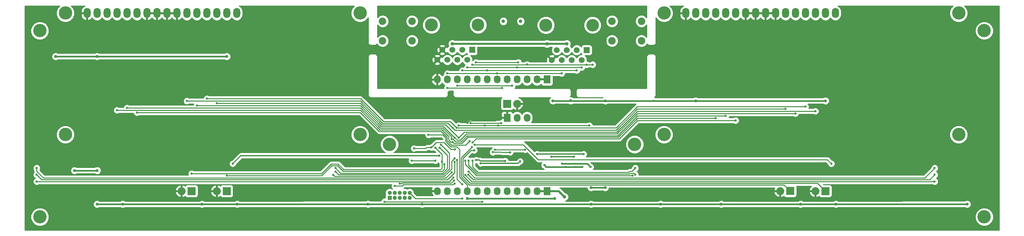
<source format=gbr>
G04 #@! TF.FileFunction,Copper,L2,Bot,Signal*
%FSLAX46Y46*%
G04 Gerber Fmt 4.6, Leading zero omitted, Abs format (unit mm)*
G04 Created by KiCad (PCBNEW 4.0.1-stable) date Mon 18 Jul 2016 05:54:17 PM CEST*
%MOMM*%
G01*
G04 APERTURE LIST*
%ADD10C,0.100000*%
%ADD11O,1.800000X2.600000*%
%ADD12C,3.400000*%
%ADD13R,1.050000X1.050000*%
%ADD14C,1.050000*%
%ADD15R,2.032000X2.032000*%
%ADD16O,2.032000X2.032000*%
%ADD17C,1.900000*%
%ADD18C,0.899160*%
%ADD19C,3.300000*%
%ADD20C,3.200000*%
%ADD21R,1.501140X1.501140*%
%ADD22C,1.501140*%
%ADD23R,1.727200X2.032000*%
%ADD24O,1.727200X2.032000*%
%ADD25C,0.600000*%
%ADD26C,0.750000*%
%ADD27C,0.900000*%
%ADD28C,0.254000*%
%ADD29C,0.304800*%
%ADD30C,0.381000*%
%ADD31C,0.508000*%
G04 APERTURE END LIST*
D10*
D11*
X12004040Y4500880D03*
X14544040Y4500880D03*
X17084040Y4500880D03*
X19624040Y4500880D03*
X22164040Y4500880D03*
X24704040Y4500880D03*
X27244040Y4500880D03*
X29784040Y4500880D03*
X32324040Y4500880D03*
X34864040Y4500880D03*
X37404040Y4500880D03*
X39944040Y4500880D03*
X42484040Y4500880D03*
X45024040Y4500880D03*
X47564040Y4500880D03*
X50104040Y4500880D03*
D12*
X6504940Y4500880D03*
X6504940Y-26499820D03*
X81503520Y-26499820D03*
X81503520Y4500880D03*
D13*
X89062560Y-42646600D03*
D14*
X90332560Y-42646600D03*
X91602560Y-42646600D03*
X92872560Y-42646600D03*
X94142560Y-42646600D03*
X90332560Y-41376600D03*
X91602560Y-41376600D03*
X92872560Y-41376600D03*
X94142560Y-41376600D03*
X89062560Y-41376600D03*
D15*
X38615620Y-40901620D03*
D16*
X36075620Y-40901620D03*
D15*
X191010540Y-40888920D03*
D16*
X188470540Y-40901620D03*
D15*
X47576740Y-40901620D03*
D16*
X45036740Y-40901620D03*
D15*
X199981820Y-40901620D03*
D16*
X197441820Y-40901620D03*
D12*
X89001600Y-28999180D03*
X2540Y-47495460D03*
X151401780Y-28999180D03*
X240400840Y0D03*
X240400840Y-47495460D03*
D17*
X153161380Y-2584460D03*
X145661380Y-2584460D03*
X153161380Y2415540D03*
X145661380Y2413000D03*
X94741380Y-2584460D03*
X87241380Y-2584460D03*
X94741380Y2415540D03*
X87241380Y2415540D03*
D12*
X0Y0D03*
D11*
X164404040Y4500880D03*
X166944040Y4500880D03*
X169484040Y4500880D03*
X172024040Y4500880D03*
X174564040Y4500880D03*
X177104040Y4500880D03*
X179644040Y4500880D03*
X182184040Y4500880D03*
X184724040Y4500880D03*
X187264040Y4500880D03*
X189804040Y4500880D03*
X192344040Y4500880D03*
X194884040Y4500880D03*
X197424040Y4500880D03*
X199964040Y4500880D03*
X202504040Y4500880D03*
D12*
X158904940Y4500880D03*
X158904940Y-26499820D03*
X233903520Y-26499820D03*
X233903520Y4500880D03*
D18*
X122392440Y2425700D03*
X117993160Y2425700D03*
D19*
X99687380Y1462360D03*
D20*
X111556800Y1462360D03*
D21*
X110070900Y-4887640D03*
D22*
X108800900Y-7427640D03*
X107530900Y-4887640D03*
X106260900Y-7427640D03*
X104990900Y-4887640D03*
X103720900Y-7427640D03*
X102450900Y-4887640D03*
X101180900Y-7427640D03*
D19*
X128828800Y1406480D03*
D20*
X140698220Y1406480D03*
D21*
X139212320Y-4943520D03*
D22*
X137942320Y-7483520D03*
X136672320Y-4943520D03*
X135402320Y-7483520D03*
X134132320Y-4943520D03*
X132862320Y-7483520D03*
X131592320Y-4943520D03*
X130322320Y-7483520D03*
D23*
X118932960Y-22230080D03*
D24*
X121472960Y-22230080D03*
X124012960Y-22230080D03*
D23*
X129110740Y-40901620D03*
D24*
X126570740Y-40901620D03*
X124030740Y-40901620D03*
X121490740Y-40901620D03*
X118950740Y-40901620D03*
X116410740Y-40901620D03*
X113870740Y-40901620D03*
X111330740Y-40901620D03*
X108790740Y-40901620D03*
X106250740Y-40901620D03*
X103710740Y-40901620D03*
X101170740Y-40901620D03*
D15*
X118932960Y-18643600D03*
D16*
X121472960Y-18643600D03*
D23*
X129098040Y-12428220D03*
D24*
X126558040Y-12428220D03*
X124018040Y-12428220D03*
X121478040Y-12428220D03*
X118938040Y-12428220D03*
X116398040Y-12428220D03*
X113858040Y-12428220D03*
X111318040Y-12428220D03*
X108778040Y-12428220D03*
X106238040Y-12428220D03*
X103698040Y-12428220D03*
X101158040Y-12428220D03*
D25*
X119608600Y-5948680D03*
X111699040Y-5948680D03*
X123931680Y-5953760D03*
X117871240Y-5948680D03*
X108864400Y-23525480D03*
X113908840Y-30927040D03*
X117185440Y-32039560D03*
X120995440Y-32039560D03*
X140187680Y-31541720D03*
X137535920Y-30434280D03*
D26*
X97297240Y-44267120D03*
X173443900Y-44259500D03*
X21074380Y-44267120D03*
X14544040Y-44267120D03*
X140299440Y-44267120D03*
X140299440Y-40038020D03*
X143906240Y-40038020D03*
D25*
X115839240Y-30368240D03*
X123535440Y-30368240D03*
X113324640Y-24175720D03*
X106631740Y-24175720D03*
D26*
X202656440Y-44267120D03*
X193664840Y-44267120D03*
X50256440Y-44267120D03*
X41264840Y-44267120D03*
X47564040Y-6586220D03*
X14544040Y-6586220D03*
X4003040Y-6586220D03*
X199964040Y-17876520D03*
D25*
X116677440Y-24175720D03*
X139867640Y-24175720D03*
D26*
X135143240Y-17863820D03*
X130571240Y-17876520D03*
X143906240Y-17876520D03*
X158015940Y-44267120D03*
X83530440Y-44254420D03*
X14556740Y-35656520D03*
X8790940Y-35656520D03*
X236057440Y-44254420D03*
D25*
X156326840Y-17876520D03*
D26*
X166944040Y-17876520D03*
D25*
X106212640Y-32964120D03*
X107533440Y-39202360D03*
X107533440Y-42814240D03*
X109616240Y-23591520D03*
X117434360Y-23591520D03*
X172024040Y-22308820D03*
X105044240Y-28379420D03*
X19624040Y-20289520D03*
X174564040Y-21711920D03*
X104790240Y-27617420D03*
X22176740Y-19692620D03*
X24704040Y-20871180D03*
X109413040Y-28188920D03*
X37404040Y-17927320D03*
X189804040Y-19959320D03*
X105107740Y-24772620D03*
X39944040Y-19108420D03*
X192344040Y-21127720D03*
X105615740Y-27274520D03*
X42534840Y-17330420D03*
X194884040Y-19375120D03*
X106111040Y-24759920D03*
X45024040Y-18511520D03*
X197424040Y-20543520D03*
X106619040Y-27274520D03*
X177104040Y-22887940D03*
X110187740Y-28455620D03*
X111038640Y-32989520D03*
X118460520Y-33213040D03*
X122265440Y-33319720D03*
X112214660Y-33822640D03*
X115310920Y-30993080D03*
X119715280Y-30998160D03*
X90332560Y-39613840D03*
X105582720Y-38989000D03*
X91602560Y-39029640D03*
X105410000Y-38227000D03*
X112608360Y-43611800D03*
X87762080Y-43611800D03*
X100637340Y-29827220D03*
X102339140Y-33370520D03*
X38623240Y-36418520D03*
X109959140Y-29662120D03*
X47576740Y-37002720D03*
X102948740Y-34107120D03*
X110581440Y-30538420D03*
X49100740Y-33903920D03*
X101716840Y-31846520D03*
X201475340Y-33916620D03*
X110632240Y-29065220D03*
X98922840Y-26563320D03*
D26*
X108788200Y-42814240D03*
X131109720Y-42814240D03*
D25*
X116398040Y-10901680D03*
X132862320Y-10901680D03*
X103718360Y-10901680D03*
X121478040Y-9398000D03*
X137942320Y-9398000D03*
X108803440Y-9398000D03*
X113858040Y-10149840D03*
X136672320Y-10149840D03*
X107533440Y-10149840D03*
X124018040Y-8641080D03*
X139207240Y-8651240D03*
X140731240Y-8643620D03*
X110073440Y-8643620D03*
X111018320Y-8061960D03*
X121793000Y-8056880D03*
X94655640Y-33141920D03*
X100700840Y-33141920D03*
X140208000Y-34759900D03*
X132908040Y-33919160D03*
X128417320Y-34274760D03*
X136535160Y-34757360D03*
X133858000Y-34757360D03*
X138109960Y-34757360D03*
D27*
X133522720Y-42372280D03*
D25*
X104790240Y-36088320D03*
X-797560Y-35046920D03*
X105615740Y-33472120D03*
X-797560Y-36748720D03*
X105277920Y-37434520D03*
X-797560Y-38450520D03*
X75237340Y-35046920D03*
X101754940Y-29839920D03*
X102097840Y-29128720D03*
X75237340Y-35923220D03*
X105577640Y-32519620D03*
X74653140Y-36774120D03*
X151589740Y-35046920D03*
X110124240Y-33154620D03*
X109146340Y-33154620D03*
X151602440Y-36748720D03*
X150865840Y-36977320D03*
X108295440Y-33154620D03*
X109108240Y-35974020D03*
X227802440Y-35046920D03*
X109044740Y-36736020D03*
X227802440Y-36748720D03*
X108282740Y-36799520D03*
X227799900Y-38450520D03*
X120218200Y-14046200D03*
X106238040Y-14046200D03*
X103698040Y-14635480D03*
X117668040Y-14635480D03*
D27*
X129098040Y-3327400D03*
X104993440Y-3327400D03*
X134132320Y-3327400D03*
D25*
X138432540Y-31452820D03*
X126570740Y-31452820D03*
X130266440Y-32125920D03*
X135968740Y-32125920D03*
X95227140Y-30017720D03*
X99672140Y-29776420D03*
X105666540Y-30259020D03*
D28*
X111699040Y-5948680D02*
X117871240Y-5948680D01*
X123926600Y-5948680D02*
X123931680Y-5953760D01*
X117871240Y-5948680D02*
X119608600Y-5948680D01*
X119608600Y-5948680D02*
X123926600Y-5948680D01*
X116713000Y-22230080D02*
X118932960Y-22230080D01*
X115935760Y-23007320D02*
X116713000Y-22230080D01*
X109382560Y-23007320D02*
X115935760Y-23007320D01*
X108864400Y-23525480D02*
X109382560Y-23007320D01*
X115021360Y-32039560D02*
X117185440Y-32039560D01*
X113908840Y-30927040D02*
X115021360Y-32039560D01*
X120995440Y-32039560D02*
X117185440Y-32039560D01*
D29*
X139080240Y-30434280D02*
X140187680Y-31541720D01*
X137535920Y-30434280D02*
X139080240Y-30434280D01*
D28*
X97297240Y-44267120D02*
X97284540Y-44267120D01*
X173443900Y-44259500D02*
X173443900Y-44267120D01*
X173443900Y-44267120D02*
X173443900Y-44259500D01*
X173443900Y-44259500D02*
X173443900Y-44267120D01*
D30*
X14544040Y-44267120D02*
X21074380Y-44267120D01*
X21074380Y-44267120D02*
X41264840Y-44267120D01*
X143906240Y-40038020D02*
X140299440Y-40038020D01*
D28*
X115839240Y-30368240D02*
X123535440Y-30368240D01*
X113324640Y-24175720D02*
X113426240Y-24175720D01*
X106631740Y-24175720D02*
X113426240Y-24175720D01*
D30*
X14544040Y-6586220D02*
X47564040Y-6586220D01*
X4003040Y-6586220D02*
X14544040Y-6586220D01*
X166944040Y-17876520D02*
X199964040Y-17876520D01*
D28*
X113426240Y-24175720D02*
X116677440Y-24175720D01*
X116677440Y-24175720D02*
X139867640Y-24175720D01*
D30*
X135143240Y-17863820D02*
X135143240Y-17876520D01*
X135143240Y-17876520D02*
X135143240Y-17863820D01*
X135143240Y-17863820D02*
X135143240Y-17876520D01*
X143906240Y-17876520D02*
X135143240Y-17876520D01*
X135143240Y-17876520D02*
X130571240Y-17876520D01*
X156326840Y-17876520D02*
X143906240Y-17876520D01*
X8790940Y-35656520D02*
X14556740Y-35656520D01*
X158015940Y-44267120D02*
X173443900Y-44267120D01*
X173443900Y-44267120D02*
X193664840Y-44267120D01*
X193664840Y-44267120D02*
X202656440Y-44267120D01*
X202656440Y-44267120D02*
X236057440Y-44254420D01*
X83530440Y-44254420D02*
X97284540Y-44267120D01*
X97284540Y-44267120D02*
X140299440Y-44267120D01*
X140299440Y-44267120D02*
X158015940Y-44267120D01*
X41264840Y-44267120D02*
X50256440Y-44267120D01*
X50256440Y-44267120D02*
X83530440Y-44254420D01*
X166944040Y-17876520D02*
X156326840Y-17876520D01*
D28*
X107533440Y-42814240D02*
X95580200Y-42814240D01*
X95580200Y-42814240D02*
X94142560Y-41376600D01*
X106212640Y-37881560D02*
X107533440Y-39202360D01*
X106212640Y-32964120D02*
X106212640Y-37881560D01*
X109616240Y-23591520D02*
X117434360Y-23591520D01*
X105044240Y-28379420D02*
X105425240Y-28760420D01*
X152148540Y-22308820D02*
X172024040Y-22308820D01*
X147284440Y-27172920D02*
X152148540Y-22308820D01*
X108981240Y-27172920D02*
X147284440Y-27172920D01*
X107393740Y-28760420D02*
X108981240Y-27172920D01*
X105425240Y-28760420D02*
X107393740Y-28760420D01*
X105044240Y-28379420D02*
X104612440Y-28379420D01*
X81587340Y-20289520D02*
X19624040Y-20289520D01*
X86553040Y-25255220D02*
X81587340Y-20289520D01*
X102389940Y-25255220D02*
X86553040Y-25255220D01*
X104104440Y-26969720D02*
X102389940Y-25255220D01*
X104104440Y-27871420D02*
X104104440Y-26969720D01*
X104612440Y-28379420D02*
X104104440Y-27871420D01*
X104790240Y-27617420D02*
X105133140Y-27617420D01*
X105844340Y-28328620D02*
X107215940Y-28328620D01*
X105133140Y-27617420D02*
X105844340Y-28328620D01*
X107215940Y-28328620D02*
X108778040Y-26766520D01*
X108778040Y-26766520D02*
X147093940Y-26766520D01*
X147093940Y-26766520D02*
X152148540Y-21711920D01*
X152148540Y-21711920D02*
X174564040Y-21711920D01*
X107215940Y-28328620D02*
X108778040Y-26766520D01*
X104790240Y-27617420D02*
X104790240Y-27045920D01*
X81587340Y-19692620D02*
X22176740Y-19692620D01*
X86718140Y-24823420D02*
X81587340Y-19692620D01*
X102567740Y-24823420D02*
X86718140Y-24823420D01*
X104790240Y-27045920D02*
X102567740Y-24823420D01*
X109413040Y-28188920D02*
X108417360Y-29184600D01*
X81574640Y-20871180D02*
X24704040Y-20871180D01*
X86380320Y-25676860D02*
X81574640Y-20871180D01*
X102217220Y-25676860D02*
X86380320Y-25676860D01*
X103677720Y-27137360D02*
X102217220Y-25676860D01*
X103677720Y-28039060D02*
X103677720Y-27137360D01*
X104823260Y-29184600D02*
X103677720Y-28039060D01*
X108417360Y-29184600D02*
X104823260Y-29184600D01*
X105107740Y-24772620D02*
X105679240Y-25344120D01*
X105679240Y-25344120D02*
X146725640Y-25344120D01*
X152110440Y-19959320D02*
X189804040Y-19959320D01*
X146725640Y-25344120D02*
X152110440Y-19959320D01*
X105107740Y-24772620D02*
X103901240Y-23566120D01*
X81612740Y-17927320D02*
X37404040Y-17927320D01*
X87251540Y-23566120D02*
X81612740Y-17927320D01*
X103901240Y-23566120D02*
X87251540Y-23566120D01*
X105615740Y-27274520D02*
X106250740Y-27909520D01*
X106250740Y-27909520D02*
X107050840Y-27909520D01*
X107050840Y-27909520D02*
X108625640Y-26334720D01*
X108625640Y-26334720D02*
X146928840Y-26334720D01*
X146928840Y-26334720D02*
X152135840Y-21127720D01*
X152135840Y-21127720D02*
X192344040Y-21127720D01*
X107050840Y-27909520D02*
X108625640Y-26334720D01*
X106250740Y-27909520D02*
X107050840Y-27909520D01*
X105615740Y-27274520D02*
X102745540Y-24404320D01*
X81600040Y-19108420D02*
X39944040Y-19108420D01*
X86895940Y-24404320D02*
X81600040Y-19108420D01*
X102745540Y-24404320D02*
X86895940Y-24404320D01*
X107050840Y-27909520D02*
X108625640Y-26334720D01*
X106250740Y-27909520D02*
X107050840Y-27909520D01*
X106111040Y-24759920D02*
X146712940Y-24759920D01*
X152097740Y-19375120D02*
X194884040Y-19375120D01*
X146712940Y-24759920D02*
X152097740Y-19375120D01*
X106111040Y-24759920D02*
X104498140Y-23147020D01*
X81612740Y-17330420D02*
X42534840Y-17330420D01*
X87429340Y-23147020D02*
X81612740Y-17330420D01*
X104498140Y-23147020D02*
X87429340Y-23147020D01*
X106619040Y-27274520D02*
X108028740Y-25864820D01*
X108028740Y-25864820D02*
X146801840Y-25864820D01*
X152123140Y-20543520D02*
X197424040Y-20543520D01*
X146801840Y-25864820D02*
X152123140Y-20543520D01*
X106619040Y-27274520D02*
X103329740Y-23985220D01*
X81612740Y-18511520D02*
X45024040Y-18511520D01*
X87086440Y-23985220D02*
X81612740Y-18511520D01*
X103329740Y-23985220D02*
X87086440Y-23985220D01*
X110187740Y-28455620D02*
X111046260Y-27597100D01*
X152171400Y-22887940D02*
X177104040Y-22887940D01*
X147462240Y-27597100D02*
X152171400Y-22887940D01*
X111046260Y-27597100D02*
X147462240Y-27597100D01*
D29*
X118460520Y-33213040D02*
X112113060Y-33213040D01*
X111889540Y-32989520D02*
X111038640Y-32989520D01*
X112113060Y-33213040D02*
X111889540Y-32989520D01*
X112214660Y-33822640D02*
X121762520Y-33822640D01*
X121762520Y-33822640D02*
X122265440Y-33319720D01*
D28*
X115310920Y-30993080D02*
X119715280Y-30998160D01*
X92207080Y-39613840D02*
X90332560Y-39613840D01*
X92532200Y-39288720D02*
X92207080Y-39613840D01*
X105283000Y-39288720D02*
X92532200Y-39288720D01*
X105582720Y-38989000D02*
X105283000Y-39288720D01*
X105410000Y-38227000D02*
X104769920Y-38867080D01*
X92298520Y-38867080D02*
X92135960Y-39029640D01*
X104769920Y-38867080D02*
X92298520Y-38867080D01*
X92135960Y-39029640D02*
X91602560Y-39029640D01*
X87762080Y-43611800D02*
X112608360Y-43611800D01*
X102339140Y-33370520D02*
X102339140Y-31529020D01*
X102339140Y-31529020D02*
X100637340Y-29827220D01*
X77393800Y-35473640D02*
X101925120Y-35473640D01*
X102339140Y-35059620D02*
X102339140Y-33370520D01*
X101925120Y-35473640D02*
X102339140Y-35059620D01*
X75890120Y-33969960D02*
X74180700Y-33969960D01*
X77393800Y-35473640D02*
X75890120Y-33969960D01*
X71732140Y-36418520D02*
X38623240Y-36418520D01*
X74180700Y-33969960D02*
X71732140Y-36418520D01*
X109959140Y-29662120D02*
X107254040Y-32385000D01*
X107254040Y-32385000D02*
X107254040Y-37218620D01*
X189423040Y-39301420D02*
X191010540Y-40888920D01*
X107254040Y-37218620D02*
X109336840Y-39301420D01*
X109336840Y-39301420D02*
X189423040Y-39301420D01*
X102948740Y-34107120D02*
X102948740Y-35313620D01*
X74315320Y-34432240D02*
X71744840Y-37002720D01*
X75752960Y-34432240D02*
X74315320Y-34432240D01*
X77221080Y-35900360D02*
X75752960Y-34432240D01*
X102362000Y-35900360D02*
X77221080Y-35900360D01*
X102948740Y-35313620D02*
X102362000Y-35900360D01*
X71744840Y-37002720D02*
X47576740Y-37002720D01*
X110581440Y-30538420D02*
X109717840Y-30538420D01*
X107673140Y-32583120D02*
X107673140Y-37015420D01*
X109717840Y-30538420D02*
X107673140Y-32583120D01*
X197949820Y-38869620D02*
X109527340Y-38869620D01*
X109527340Y-38869620D02*
X107673140Y-37015420D01*
X199981820Y-40901620D02*
X197949820Y-38869620D01*
D29*
X49100740Y-33903920D02*
X51158140Y-31846520D01*
X51158140Y-31846520D02*
X101716840Y-31846520D01*
D28*
X110632240Y-29065220D02*
X123060460Y-29065220D01*
X126852680Y-32872680D02*
X126852680Y-32875220D01*
X126855220Y-32875220D02*
X126852680Y-32872680D01*
X126870460Y-32875220D02*
X126855220Y-32875220D01*
X123060460Y-29065220D02*
X126870460Y-32875220D01*
X201475340Y-33916620D02*
X200433940Y-32875220D01*
X200433940Y-32875220D02*
X126852680Y-32875220D01*
X103266240Y-28209240D02*
X103266240Y-27312620D01*
X108790740Y-39347140D02*
X106829860Y-37386260D01*
X106829860Y-37386260D02*
X106829860Y-30309820D01*
X106829860Y-30309820D02*
X106118660Y-29598620D01*
X106118660Y-29598620D02*
X104655620Y-29598620D01*
X104655620Y-29598620D02*
X103266240Y-28209240D01*
X108790740Y-40901620D02*
X108790740Y-39347140D01*
X103266240Y-27312620D02*
X102516940Y-26563320D01*
X102516940Y-26563320D02*
X98922840Y-26563320D01*
D30*
X108788200Y-42814240D02*
X131109720Y-42814240D01*
D28*
X103718360Y-10901680D02*
X116398040Y-10901680D01*
X116398040Y-10901680D02*
X132862320Y-10901680D01*
X108803440Y-9398000D02*
X121478040Y-9398000D01*
X121478040Y-9398000D02*
X137942320Y-9398000D01*
X107533440Y-10149840D02*
X113858040Y-10149840D01*
X113858040Y-10149840D02*
X136672320Y-10149840D01*
X124018040Y-8641080D02*
X124018040Y-8643620D01*
X139207240Y-8651240D02*
X139207240Y-8643620D01*
X110073440Y-8643620D02*
X124018040Y-8643620D01*
X124018040Y-8643620D02*
X139207240Y-8643620D01*
X139207240Y-8643620D02*
X140731240Y-8643620D01*
X121793000Y-8056880D02*
X111023400Y-8056880D01*
X111023400Y-8056880D02*
X111018320Y-8061960D01*
X100700840Y-33141920D02*
X94655640Y-33141920D01*
D30*
X139367260Y-33919160D02*
X140208000Y-34759900D01*
X132908040Y-33919160D02*
X139367260Y-33919160D01*
X133858000Y-34757360D02*
X128899920Y-34757360D01*
X128899920Y-34757360D02*
X128417320Y-34274760D01*
X138109960Y-34757360D02*
X136535160Y-34757360D01*
X136535160Y-34757360D02*
X133858000Y-34757360D01*
D31*
X126570740Y-40901620D02*
X129110740Y-40901620D01*
X129110740Y-40901620D02*
X132052060Y-40901620D01*
X132052060Y-40901620D02*
X133522720Y-42372280D01*
D28*
X-797560Y-35046920D02*
X-797560Y-35872420D01*
X103291640Y-37586920D02*
X104790240Y-36088320D01*
X916940Y-37586920D02*
X103291640Y-37586920D01*
X-797560Y-35872420D02*
X916940Y-37586920D01*
X105615740Y-33472120D02*
X105615740Y-36202620D01*
X105615740Y-36202620D02*
X103799640Y-38018720D01*
X472440Y-38018720D02*
X-797560Y-36748720D01*
X103799640Y-38018720D02*
X472440Y-38018720D01*
X-797560Y-38450520D02*
X104261920Y-38450520D01*
X104261920Y-38450520D02*
X105277920Y-37434520D01*
X101754940Y-29839920D02*
X103748840Y-31833820D01*
X103748840Y-31833820D02*
X103748840Y-35123120D01*
X103748840Y-35123120D02*
X102542340Y-36329620D01*
X102542340Y-36329620D02*
X76520040Y-36329620D01*
X76520040Y-36329620D02*
X75237340Y-35046920D01*
X104193340Y-31224220D02*
X104193340Y-35275520D01*
X102097840Y-29128720D02*
X104193340Y-31224220D01*
X104193340Y-35275520D02*
X102720140Y-36748720D01*
X102720140Y-36748720D02*
X76062840Y-36748720D01*
X76062840Y-36748720D02*
X75237340Y-35923220D01*
X104802940Y-35237420D02*
X104802940Y-33294320D01*
X104802940Y-33294320D02*
X105577640Y-32519620D01*
X104802940Y-35237420D02*
X102872540Y-37167820D01*
X75046840Y-37167820D02*
X102872540Y-37167820D01*
X74653140Y-36774120D02*
X75046840Y-37167820D01*
X110124240Y-33154620D02*
X110124240Y-34742120D01*
X111521240Y-36139120D02*
X149837140Y-36139120D01*
X110124240Y-34742120D02*
X111521240Y-36139120D01*
X150738840Y-35897820D02*
X151589740Y-35046920D01*
X150078440Y-35897820D02*
X150738840Y-35897820D01*
X149837140Y-36139120D02*
X150078440Y-35897820D01*
X109146340Y-33154620D02*
X109146340Y-34373820D01*
X150053040Y-36558220D02*
X150268940Y-36342320D01*
X151196040Y-36342320D02*
X151602440Y-36748720D01*
X150268940Y-36342320D02*
X151196040Y-36342320D01*
X109146340Y-34373820D02*
X111330740Y-36558220D01*
X111330740Y-36558220D02*
X150053040Y-36558220D01*
X108295440Y-33154620D02*
X108295440Y-34107120D01*
X111165640Y-36977320D02*
X150865840Y-36977320D01*
X108295440Y-34107120D02*
X111165640Y-36977320D01*
X227802440Y-35046920D02*
X225287840Y-37561520D01*
X225287840Y-37561520D02*
X110695740Y-37561520D01*
X110695740Y-37561520D02*
X109108240Y-35974020D01*
X109108240Y-35974020D02*
X110695740Y-37561520D01*
X227802440Y-36748720D02*
X226570540Y-37980620D01*
X226570540Y-37980620D02*
X110289340Y-37980620D01*
X109044740Y-36736020D02*
X110289340Y-37980620D01*
X227799900Y-38450520D02*
X109933740Y-38450520D01*
X109933740Y-38450520D02*
X108282740Y-36799520D01*
X106238040Y-14046200D02*
X120218200Y-14046200D01*
X117668040Y-14635480D02*
X103698040Y-14635480D01*
D31*
X126558040Y-12428220D02*
X129098040Y-12428220D01*
X134132320Y-3327400D02*
X129098040Y-3327400D01*
X129098040Y-3327400D02*
X104993440Y-3327400D01*
D29*
X126570740Y-31452820D02*
X138432540Y-31452820D01*
X135968740Y-32125920D02*
X130266440Y-32125920D01*
D28*
X99672140Y-29776420D02*
X98516440Y-29776420D01*
X98275140Y-30017720D02*
X95227140Y-30017720D01*
X98516440Y-29776420D02*
X98275140Y-30017720D01*
X105666540Y-30259020D02*
X104637840Y-30259020D01*
X100929440Y-28519120D02*
X99672140Y-29776420D01*
X102897940Y-28519120D02*
X100929440Y-28519120D01*
X104637840Y-30259020D02*
X102897940Y-28519120D01*
G36*
X4526578Y5825278D02*
X4170347Y4967378D01*
X4169536Y4038458D01*
X4524269Y3179937D01*
X5180542Y2522518D01*
X6038442Y2166287D01*
X6967362Y2165476D01*
X7825883Y2520209D01*
X8483302Y3176482D01*
X8839533Y4034382D01*
X8839829Y4373880D01*
X10469040Y4373880D01*
X10469040Y3973880D01*
X10634486Y3396128D01*
X11008434Y2925668D01*
X11533954Y2634124D01*
X11639300Y2609844D01*
X11877040Y2730502D01*
X11877040Y4373880D01*
X10469040Y4373880D01*
X8839829Y4373880D01*
X8840344Y4963302D01*
X8485611Y5821823D01*
X7992732Y6315563D01*
X11440090Y6315563D01*
X11008434Y6076092D01*
X10634486Y5605632D01*
X10469040Y5027880D01*
X10469040Y4627880D01*
X11877040Y4627880D01*
X11877040Y4647880D01*
X12131040Y4647880D01*
X12131040Y4627880D01*
X12151040Y4627880D01*
X12151040Y4373880D01*
X12131040Y4373880D01*
X12131040Y2730502D01*
X12368780Y2609844D01*
X12474126Y2634124D01*
X12999646Y2925668D01*
X13267848Y3263090D01*
X13458631Y2977562D01*
X13956621Y2644816D01*
X14544040Y2527971D01*
X15131459Y2644816D01*
X15629449Y2977562D01*
X15814040Y3253822D01*
X15998631Y2977562D01*
X16496621Y2644816D01*
X17084040Y2527971D01*
X17671459Y2644816D01*
X18169449Y2977562D01*
X18354040Y3253822D01*
X18538631Y2977562D01*
X19036621Y2644816D01*
X19624040Y2527971D01*
X20211459Y2644816D01*
X20709449Y2977562D01*
X20894040Y3253822D01*
X21078631Y2977562D01*
X21576621Y2644816D01*
X22164040Y2527971D01*
X22751459Y2644816D01*
X23249449Y2977562D01*
X23434040Y3253822D01*
X23618631Y2977562D01*
X24116621Y2644816D01*
X24704040Y2527971D01*
X25291459Y2644816D01*
X25789449Y2977562D01*
X25980232Y3263090D01*
X26248434Y2925668D01*
X26773954Y2634124D01*
X26879300Y2609844D01*
X27117040Y2730502D01*
X27117040Y4373880D01*
X27371040Y4373880D01*
X27371040Y2730502D01*
X27608780Y2609844D01*
X27714126Y2634124D01*
X28239646Y2925668D01*
X28514040Y3270880D01*
X28788434Y2925668D01*
X29313954Y2634124D01*
X29419300Y2609844D01*
X29657040Y2730502D01*
X29657040Y4373880D01*
X29911040Y4373880D01*
X29911040Y2730502D01*
X30148780Y2609844D01*
X30254126Y2634124D01*
X30779646Y2925668D01*
X31054040Y3270880D01*
X31328434Y2925668D01*
X31853954Y2634124D01*
X31959300Y2609844D01*
X32197040Y2730502D01*
X32197040Y4373880D01*
X32451040Y4373880D01*
X32451040Y2730502D01*
X32688780Y2609844D01*
X32794126Y2634124D01*
X33319646Y2925668D01*
X33594040Y3270880D01*
X33868434Y2925668D01*
X34393954Y2634124D01*
X34499300Y2609844D01*
X34737040Y2730502D01*
X34737040Y4373880D01*
X32451040Y4373880D01*
X32197040Y4373880D01*
X29911040Y4373880D01*
X29657040Y4373880D01*
X27371040Y4373880D01*
X27117040Y4373880D01*
X27097040Y4373880D01*
X27097040Y4627880D01*
X27117040Y4627880D01*
X27117040Y4647880D01*
X27371040Y4647880D01*
X27371040Y4627880D01*
X29657040Y4627880D01*
X29657040Y4647880D01*
X29911040Y4647880D01*
X29911040Y4627880D01*
X32197040Y4627880D01*
X32197040Y4647880D01*
X32451040Y4647880D01*
X32451040Y4627880D01*
X34737040Y4627880D01*
X34737040Y4647880D01*
X34991040Y4647880D01*
X34991040Y4627880D01*
X35011040Y4627880D01*
X35011040Y4373880D01*
X34991040Y4373880D01*
X34991040Y2730502D01*
X35228780Y2609844D01*
X35334126Y2634124D01*
X35859646Y2925668D01*
X36127848Y3263090D01*
X36318631Y2977562D01*
X36816621Y2644816D01*
X37404040Y2527971D01*
X37991459Y2644816D01*
X38489449Y2977562D01*
X38674040Y3253822D01*
X38858631Y2977562D01*
X39356621Y2644816D01*
X39944040Y2527971D01*
X40531459Y2644816D01*
X41029449Y2977562D01*
X41214040Y3253822D01*
X41398631Y2977562D01*
X41896621Y2644816D01*
X42484040Y2527971D01*
X43071459Y2644816D01*
X43569449Y2977562D01*
X43754040Y3253822D01*
X43938631Y2977562D01*
X44436621Y2644816D01*
X45024040Y2527971D01*
X45611459Y2644816D01*
X46109449Y2977562D01*
X46294040Y3253822D01*
X46478631Y2977562D01*
X46976621Y2644816D01*
X47564040Y2527971D01*
X48151459Y2644816D01*
X48649449Y2977562D01*
X48834040Y3253822D01*
X49018631Y2977562D01*
X49516621Y2644816D01*
X50104040Y2527971D01*
X50691459Y2644816D01*
X51189449Y2977562D01*
X51522195Y3475552D01*
X51639040Y4062971D01*
X51639040Y4938789D01*
X51522195Y5526208D01*
X51189449Y6024198D01*
X50753390Y6315563D01*
X80016299Y6315563D01*
X79525158Y5825278D01*
X79168927Y4967378D01*
X79168116Y4038458D01*
X79522849Y3179937D01*
X80179122Y2522518D01*
X81037022Y2166287D01*
X81965942Y2165476D01*
X82824463Y2520209D01*
X83481882Y3176482D01*
X83555442Y3353634D01*
X83555442Y-3002280D01*
X83607585Y-3264418D01*
X83756074Y-3486648D01*
X83978304Y-3635137D01*
X84240442Y-3687280D01*
X85240534Y-3687280D01*
X85502672Y-3635137D01*
X85724902Y-3486648D01*
X85832591Y-3325480D01*
X85896899Y-3481117D01*
X86342377Y-3927374D01*
X86924721Y-4169184D01*
X87555273Y-4169735D01*
X88138037Y-3928941D01*
X88584294Y-3483463D01*
X88826104Y-2901119D01*
X88826106Y-2898353D01*
X93156105Y-2898353D01*
X93396899Y-3481117D01*
X93842377Y-3927374D01*
X94424721Y-4169184D01*
X95055273Y-4169735D01*
X95638037Y-3928941D01*
X95651291Y-3915710D01*
X101658575Y-3915710D01*
X102450900Y-4708035D01*
X103243225Y-3915710D01*
X103175165Y-3674709D01*
X102655866Y-3489873D01*
X102105362Y-3517835D01*
X101726635Y-3674709D01*
X101658575Y-3915710D01*
X95651291Y-3915710D01*
X96084294Y-3483463D01*
X96326104Y-2901119D01*
X96326655Y-2270567D01*
X96085861Y-1687803D01*
X95640383Y-1241546D01*
X95058039Y-999736D01*
X94427487Y-999185D01*
X93844723Y-1239979D01*
X93398466Y-1685457D01*
X93156656Y-2267801D01*
X93156105Y-2898353D01*
X88826106Y-2898353D01*
X88826655Y-2270567D01*
X88585861Y-1687803D01*
X88140383Y-1241546D01*
X87558039Y-999736D01*
X86927487Y-999185D01*
X86344723Y-1239979D01*
X85925534Y-1658436D01*
X85925534Y1490198D01*
X86342377Y1072626D01*
X86924721Y830816D01*
X87555273Y830265D01*
X88138037Y1071059D01*
X88584294Y1516537D01*
X88826104Y2098881D01*
X88826106Y2101647D01*
X93156105Y2101647D01*
X93396899Y1518883D01*
X93842377Y1072626D01*
X94424721Y830816D01*
X95055273Y830265D01*
X95489873Y1009839D01*
X97401984Y1009839D01*
X97749122Y169702D01*
X98391341Y-473639D01*
X99230871Y-822243D01*
X100139901Y-823036D01*
X100980038Y-475898D01*
X101623379Y166321D01*
X101971983Y1005851D01*
X101971995Y1019741D01*
X109321413Y1019741D01*
X109660955Y197988D01*
X110289121Y-431276D01*
X111110281Y-772251D01*
X111999419Y-773027D01*
X112821172Y-433485D01*
X113450436Y194681D01*
X113765715Y953959D01*
X126543404Y953959D01*
X126890542Y113822D01*
X127532761Y-529519D01*
X128372291Y-878123D01*
X129281321Y-878916D01*
X130121458Y-531778D01*
X130764799Y110441D01*
X131113403Y949971D01*
X131113415Y963861D01*
X138462833Y963861D01*
X138802375Y142108D01*
X139430541Y-487156D01*
X140251701Y-828131D01*
X141140839Y-828907D01*
X141962592Y-489365D01*
X142591856Y138801D01*
X142932831Y959961D01*
X142933607Y1849099D01*
X142830306Y2099107D01*
X144076105Y2099107D01*
X144316899Y1516343D01*
X144762377Y1070086D01*
X145344721Y828276D01*
X145975273Y827725D01*
X146558037Y1068519D01*
X147004294Y1513997D01*
X147246104Y2096341D01*
X147246655Y2726893D01*
X147005861Y3309657D01*
X146560383Y3755914D01*
X145978039Y3997724D01*
X145347487Y3998275D01*
X144764723Y3757481D01*
X144318466Y3312003D01*
X144076656Y2729659D01*
X144076105Y2099107D01*
X142830306Y2099107D01*
X142594065Y2670852D01*
X141965899Y3300116D01*
X141144739Y3641091D01*
X140255601Y3641867D01*
X139433848Y3302325D01*
X138804584Y2674159D01*
X138463609Y1852999D01*
X138462833Y963861D01*
X131113415Y963861D01*
X131114196Y1859001D01*
X130767058Y2699138D01*
X130124839Y3342479D01*
X129285309Y3691083D01*
X128376279Y3691876D01*
X127536142Y3344738D01*
X126892801Y2702519D01*
X126544197Y1862989D01*
X126543404Y953959D01*
X113765715Y953959D01*
X113791411Y1015841D01*
X113792187Y1904979D01*
X113665779Y2210910D01*
X116908392Y2210910D01*
X117073162Y1812137D01*
X117377993Y1506774D01*
X117776477Y1341309D01*
X118207950Y1340932D01*
X118606723Y1505702D01*
X118912086Y1810533D01*
X119077551Y2209017D01*
X119077552Y2210910D01*
X121307672Y2210910D01*
X121472442Y1812137D01*
X121777273Y1506774D01*
X122175757Y1341309D01*
X122607230Y1340932D01*
X123006003Y1505702D01*
X123311366Y1810533D01*
X123476831Y2209017D01*
X123477208Y2640490D01*
X123312438Y3039263D01*
X123007607Y3344626D01*
X122609123Y3510091D01*
X122177650Y3510468D01*
X121778877Y3345698D01*
X121473514Y3040867D01*
X121308049Y2642383D01*
X121307672Y2210910D01*
X119077552Y2210910D01*
X119077928Y2640490D01*
X118913158Y3039263D01*
X118608327Y3344626D01*
X118209843Y3510091D01*
X117778370Y3510468D01*
X117379597Y3345698D01*
X117074234Y3040867D01*
X116908769Y2642383D01*
X116908392Y2210910D01*
X113665779Y2210910D01*
X113452645Y2726732D01*
X112824479Y3355996D01*
X112003319Y3696971D01*
X111114181Y3697747D01*
X110292428Y3358205D01*
X109663164Y2730039D01*
X109322189Y1908879D01*
X109321413Y1019741D01*
X101971995Y1019741D01*
X101972776Y1914881D01*
X101625638Y2755018D01*
X100983419Y3398359D01*
X100143889Y3746963D01*
X99234859Y3747756D01*
X98394722Y3400618D01*
X97751381Y2758399D01*
X97402777Y1918869D01*
X97401984Y1009839D01*
X95489873Y1009839D01*
X95638037Y1071059D01*
X96084294Y1516537D01*
X96326104Y2098881D01*
X96326655Y2729433D01*
X96085861Y3312197D01*
X95640383Y3758454D01*
X95058039Y4000264D01*
X94427487Y4000815D01*
X93844723Y3760021D01*
X93398466Y3314543D01*
X93156656Y2732199D01*
X93156105Y2101647D01*
X88826106Y2101647D01*
X88826655Y2729433D01*
X88585861Y3312197D01*
X88140383Y3758454D01*
X87558039Y4000264D01*
X86927487Y4000815D01*
X86344723Y3760021D01*
X85925534Y3341564D01*
X85925534Y6312054D01*
X154475536Y6312054D01*
X154475536Y3342575D01*
X154060383Y3758454D01*
X153478039Y4000264D01*
X152847487Y4000815D01*
X152264723Y3760021D01*
X151818466Y3314543D01*
X151576656Y2732199D01*
X151576105Y2101647D01*
X151816899Y1518883D01*
X152262377Y1072626D01*
X152844721Y830816D01*
X153475273Y830265D01*
X154058037Y1071059D01*
X154475536Y1487829D01*
X154475536Y-1657425D01*
X154060383Y-1241546D01*
X153478039Y-999736D01*
X152847487Y-999185D01*
X152264723Y-1239979D01*
X151818466Y-1685457D01*
X151576656Y-2267801D01*
X151576105Y-2898353D01*
X151816899Y-3481117D01*
X152262377Y-3927374D01*
X152844721Y-4169184D01*
X153475273Y-4169735D01*
X154058037Y-3928941D01*
X154504294Y-3483463D01*
X154569352Y-3326786D01*
X154676168Y-3486648D01*
X154898398Y-3635137D01*
X155160536Y-3687280D01*
X156160442Y-3687280D01*
X156422580Y-3635137D01*
X156644810Y-3486648D01*
X156793299Y-3264418D01*
X156845442Y-3002280D01*
X156845442Y-462422D01*
X238065436Y-462422D01*
X238420169Y-1320943D01*
X239076442Y-1978362D01*
X239934342Y-2334593D01*
X240863262Y-2335404D01*
X241721783Y-1980671D01*
X242379202Y-1324398D01*
X242735433Y-466498D01*
X242736244Y462422D01*
X242381511Y1320943D01*
X241725238Y1978362D01*
X240867338Y2334593D01*
X239938418Y2335404D01*
X239079897Y1980671D01*
X238422478Y1324398D01*
X238066247Y466498D01*
X238065436Y-462422D01*
X156845442Y-462422D01*
X156845442Y3370713D01*
X156924269Y3179937D01*
X157580542Y2522518D01*
X158438442Y2166287D01*
X159367362Y2165476D01*
X160225883Y2520209D01*
X160883302Y3176482D01*
X161239533Y4034382D01*
X161239829Y4373880D01*
X162869040Y4373880D01*
X162869040Y3973880D01*
X163034486Y3396128D01*
X163408434Y2925668D01*
X163933954Y2634124D01*
X164039300Y2609844D01*
X164277040Y2730502D01*
X164277040Y4373880D01*
X162869040Y4373880D01*
X161239829Y4373880D01*
X161240344Y4963302D01*
X160885611Y5821823D01*
X160392732Y6315563D01*
X163840090Y6315563D01*
X163408434Y6076092D01*
X163034486Y5605632D01*
X162869040Y5027880D01*
X162869040Y4627880D01*
X164277040Y4627880D01*
X164277040Y4647880D01*
X164531040Y4647880D01*
X164531040Y4627880D01*
X164551040Y4627880D01*
X164551040Y4373880D01*
X164531040Y4373880D01*
X164531040Y2730502D01*
X164768780Y2609844D01*
X164874126Y2634124D01*
X165399646Y2925668D01*
X165667848Y3263090D01*
X165858631Y2977562D01*
X166356621Y2644816D01*
X166944040Y2527971D01*
X167531459Y2644816D01*
X168029449Y2977562D01*
X168214040Y3253822D01*
X168398631Y2977562D01*
X168896621Y2644816D01*
X169484040Y2527971D01*
X170071459Y2644816D01*
X170569449Y2977562D01*
X170754040Y3253822D01*
X170938631Y2977562D01*
X171436621Y2644816D01*
X172024040Y2527971D01*
X172611459Y2644816D01*
X173109449Y2977562D01*
X173294040Y3253822D01*
X173478631Y2977562D01*
X173976621Y2644816D01*
X174564040Y2527971D01*
X175151459Y2644816D01*
X175649449Y2977562D01*
X175834040Y3253822D01*
X176018631Y2977562D01*
X176516621Y2644816D01*
X177104040Y2527971D01*
X177691459Y2644816D01*
X178189449Y2977562D01*
X178380232Y3263090D01*
X178648434Y2925668D01*
X179173954Y2634124D01*
X179279300Y2609844D01*
X179517040Y2730502D01*
X179517040Y4373880D01*
X179771040Y4373880D01*
X179771040Y2730502D01*
X180008780Y2609844D01*
X180114126Y2634124D01*
X180639646Y2925668D01*
X180914040Y3270880D01*
X181188434Y2925668D01*
X181713954Y2634124D01*
X181819300Y2609844D01*
X182057040Y2730502D01*
X182057040Y4373880D01*
X182311040Y4373880D01*
X182311040Y2730502D01*
X182548780Y2609844D01*
X182654126Y2634124D01*
X183179646Y2925668D01*
X183454040Y3270880D01*
X183728434Y2925668D01*
X184253954Y2634124D01*
X184359300Y2609844D01*
X184597040Y2730502D01*
X184597040Y4373880D01*
X184851040Y4373880D01*
X184851040Y2730502D01*
X185088780Y2609844D01*
X185194126Y2634124D01*
X185719646Y2925668D01*
X185994040Y3270880D01*
X186268434Y2925668D01*
X186793954Y2634124D01*
X186899300Y2609844D01*
X187137040Y2730502D01*
X187137040Y4373880D01*
X184851040Y4373880D01*
X184597040Y4373880D01*
X182311040Y4373880D01*
X182057040Y4373880D01*
X179771040Y4373880D01*
X179517040Y4373880D01*
X179497040Y4373880D01*
X179497040Y4627880D01*
X179517040Y4627880D01*
X179517040Y4647880D01*
X179771040Y4647880D01*
X179771040Y4627880D01*
X182057040Y4627880D01*
X182057040Y4647880D01*
X182311040Y4647880D01*
X182311040Y4627880D01*
X184597040Y4627880D01*
X184597040Y4647880D01*
X184851040Y4647880D01*
X184851040Y4627880D01*
X187137040Y4627880D01*
X187137040Y4647880D01*
X187391040Y4647880D01*
X187391040Y4627880D01*
X187411040Y4627880D01*
X187411040Y4373880D01*
X187391040Y4373880D01*
X187391040Y2730502D01*
X187628780Y2609844D01*
X187734126Y2634124D01*
X188259646Y2925668D01*
X188527848Y3263090D01*
X188718631Y2977562D01*
X189216621Y2644816D01*
X189804040Y2527971D01*
X190391459Y2644816D01*
X190889449Y2977562D01*
X191074040Y3253822D01*
X191258631Y2977562D01*
X191756621Y2644816D01*
X192344040Y2527971D01*
X192931459Y2644816D01*
X193429449Y2977562D01*
X193614040Y3253822D01*
X193798631Y2977562D01*
X194296621Y2644816D01*
X194884040Y2527971D01*
X195471459Y2644816D01*
X195969449Y2977562D01*
X196154040Y3253822D01*
X196338631Y2977562D01*
X196836621Y2644816D01*
X197424040Y2527971D01*
X198011459Y2644816D01*
X198509449Y2977562D01*
X198694040Y3253822D01*
X198878631Y2977562D01*
X199376621Y2644816D01*
X199964040Y2527971D01*
X200551459Y2644816D01*
X201049449Y2977562D01*
X201234040Y3253822D01*
X201418631Y2977562D01*
X201916621Y2644816D01*
X202504040Y2527971D01*
X203091459Y2644816D01*
X203589449Y2977562D01*
X203922195Y3475552D01*
X204039040Y4062971D01*
X204039040Y4938789D01*
X203922195Y5526208D01*
X203589449Y6024198D01*
X203153390Y6315563D01*
X232416299Y6315563D01*
X231925158Y5825278D01*
X231568927Y4967378D01*
X231568116Y4038458D01*
X231922849Y3179937D01*
X232579122Y2522518D01*
X233437022Y2166287D01*
X234365942Y2165476D01*
X235224463Y2520209D01*
X235881882Y3176482D01*
X236238113Y4034382D01*
X236238924Y4963302D01*
X235884191Y5821823D01*
X235391312Y6315563D01*
X244215444Y6315563D01*
X244215444Y-50810040D01*
X-3814561Y-50810040D01*
X-3814561Y-47957882D01*
X-2332864Y-47957882D01*
X-1978131Y-48816403D01*
X-1321858Y-49473822D01*
X-463958Y-49830053D01*
X464962Y-49830864D01*
X1323483Y-49476131D01*
X1980902Y-48819858D01*
X2337133Y-47961958D01*
X2337136Y-47957882D01*
X238065436Y-47957882D01*
X238420169Y-48816403D01*
X239076442Y-49473822D01*
X239934342Y-49830053D01*
X240863262Y-49830864D01*
X241721783Y-49476131D01*
X242379202Y-48819858D01*
X242735433Y-47961958D01*
X242736244Y-47033038D01*
X242381511Y-46174517D01*
X241725238Y-45517098D01*
X240867338Y-45160867D01*
X239938418Y-45160056D01*
X239079897Y-45514789D01*
X238422478Y-46171062D01*
X238066247Y-47028962D01*
X238065436Y-47957882D01*
X2337136Y-47957882D01*
X2337944Y-47033038D01*
X1983211Y-46174517D01*
X1326938Y-45517098D01*
X469038Y-45160867D01*
X-459882Y-45160056D01*
X-1318403Y-45514789D01*
X-1975822Y-46171062D01*
X-2332053Y-47028962D01*
X-2332864Y-47957882D01*
X-3814561Y-47957882D01*
X-3814561Y-41284566D01*
X34469637Y-41284566D01*
X34738432Y-41869999D01*
X35210802Y-42308005D01*
X35692676Y-42507595D01*
X35948620Y-42388456D01*
X35948620Y-41028620D01*
X34588253Y-41028620D01*
X34469637Y-41284566D01*
X-3814561Y-41284566D01*
X-3814561Y-40518674D01*
X34469637Y-40518674D01*
X34588253Y-40774620D01*
X35948620Y-40774620D01*
X35948620Y-39414784D01*
X36202620Y-39414784D01*
X36202620Y-40774620D01*
X36222620Y-40774620D01*
X36222620Y-41028620D01*
X36202620Y-41028620D01*
X36202620Y-42388456D01*
X36458564Y-42507595D01*
X36940438Y-42308005D01*
X37038018Y-42217523D01*
X37135530Y-42369061D01*
X37347730Y-42514051D01*
X37599620Y-42565060D01*
X39631620Y-42565060D01*
X39866937Y-42520782D01*
X40083061Y-42381710D01*
X40228051Y-42169510D01*
X40279060Y-41917620D01*
X40279060Y-41284566D01*
X43430757Y-41284566D01*
X43699552Y-41869999D01*
X44171922Y-42308005D01*
X44653796Y-42507595D01*
X44909740Y-42388456D01*
X44909740Y-41028620D01*
X43549373Y-41028620D01*
X43430757Y-41284566D01*
X40279060Y-41284566D01*
X40279060Y-40518674D01*
X43430757Y-40518674D01*
X43549373Y-40774620D01*
X44909740Y-40774620D01*
X44909740Y-39414784D01*
X45163740Y-39414784D01*
X45163740Y-40774620D01*
X45183740Y-40774620D01*
X45183740Y-41028620D01*
X45163740Y-41028620D01*
X45163740Y-42388456D01*
X45419684Y-42507595D01*
X45901558Y-42308005D01*
X45999138Y-42217523D01*
X46096650Y-42369061D01*
X46308850Y-42514051D01*
X46560740Y-42565060D01*
X48592740Y-42565060D01*
X48828057Y-42520782D01*
X49044181Y-42381710D01*
X49189171Y-42169510D01*
X49240180Y-41917620D01*
X49240180Y-39885620D01*
X49195902Y-39650303D01*
X49056830Y-39434179D01*
X48844630Y-39289189D01*
X48592740Y-39238180D01*
X46560740Y-39238180D01*
X46325423Y-39282458D01*
X46109299Y-39421530D01*
X45997900Y-39584568D01*
X45901558Y-39495235D01*
X45419684Y-39295645D01*
X45163740Y-39414784D01*
X44909740Y-39414784D01*
X44653796Y-39295645D01*
X44171922Y-39495235D01*
X43699552Y-39933241D01*
X43430757Y-40518674D01*
X40279060Y-40518674D01*
X40279060Y-39885620D01*
X40234782Y-39650303D01*
X40095710Y-39434179D01*
X39883510Y-39289189D01*
X39631620Y-39238180D01*
X37599620Y-39238180D01*
X37364303Y-39282458D01*
X37148179Y-39421530D01*
X37036780Y-39584568D01*
X36940438Y-39495235D01*
X36458564Y-39295645D01*
X36202620Y-39414784D01*
X35948620Y-39414784D01*
X35692676Y-39295645D01*
X35210802Y-39495235D01*
X34738432Y-39933241D01*
X34469637Y-40518674D01*
X-3814561Y-40518674D01*
X-3814561Y-35232087D01*
X-1732722Y-35232087D01*
X-1590677Y-35575863D01*
X-1559560Y-35607034D01*
X-1559560Y-35872420D01*
X-1507145Y-36135930D01*
X-1589752Y-36218393D01*
X-1732398Y-36561921D01*
X-1732722Y-36933887D01*
X-1590677Y-37277663D01*
X-1327887Y-37540912D01*
X-1186580Y-37599588D01*
X-1326503Y-37657403D01*
X-1589752Y-37920193D01*
X-1732398Y-38263721D01*
X-1732722Y-38635687D01*
X-1590677Y-38979463D01*
X-1327887Y-39242712D01*
X-984359Y-39385358D01*
X-612393Y-39385682D01*
X-268617Y-39243637D01*
X-237446Y-39212520D01*
X89486799Y-39212520D01*
X89397722Y-39427041D01*
X89397398Y-39799007D01*
X89539443Y-40142783D01*
X89755992Y-40359711D01*
X89697088Y-40384049D01*
X89294311Y-40216802D01*
X88832834Y-40216399D01*
X88406331Y-40392626D01*
X88079733Y-40718655D01*
X87902762Y-41144849D01*
X87902359Y-41606326D01*
X87984786Y-41805816D01*
X87941129Y-41869710D01*
X87890120Y-42121600D01*
X87890120Y-42676911D01*
X87576913Y-42676638D01*
X87233137Y-42818683D01*
X86969888Y-43081473D01*
X86827242Y-43425001D01*
X86827236Y-43431963D01*
X84134046Y-43429477D01*
X84103306Y-43398683D01*
X83732223Y-43244596D01*
X83330420Y-43244245D01*
X82959068Y-43397684D01*
X82927547Y-43429150D01*
X50859261Y-43441390D01*
X50829306Y-43411383D01*
X50458223Y-43257296D01*
X50056420Y-43256945D01*
X49685068Y-43410384D01*
X49653778Y-43441620D01*
X41867890Y-43441620D01*
X41837706Y-43411383D01*
X41466623Y-43257296D01*
X41064820Y-43256945D01*
X40693468Y-43410384D01*
X40662178Y-43441620D01*
X21677430Y-43441620D01*
X21647246Y-43411383D01*
X21276163Y-43257296D01*
X20874360Y-43256945D01*
X20503008Y-43410384D01*
X20471718Y-43441620D01*
X15147090Y-43441620D01*
X15116906Y-43411383D01*
X14745823Y-43257296D01*
X14344020Y-43256945D01*
X13972668Y-43410384D01*
X13688303Y-43694254D01*
X13534216Y-44065337D01*
X13533865Y-44467140D01*
X13687304Y-44838492D01*
X13971174Y-45122857D01*
X14342257Y-45276944D01*
X14744060Y-45277295D01*
X15115412Y-45123856D01*
X15146702Y-45092620D01*
X20471330Y-45092620D01*
X20501514Y-45122857D01*
X20872597Y-45276944D01*
X21274400Y-45277295D01*
X21645752Y-45123856D01*
X21677042Y-45092620D01*
X40661790Y-45092620D01*
X40691974Y-45122857D01*
X41063057Y-45276944D01*
X41464860Y-45277295D01*
X41836212Y-45123856D01*
X41867502Y-45092620D01*
X49653390Y-45092620D01*
X49683574Y-45122857D01*
X50054657Y-45276944D01*
X50456460Y-45277295D01*
X50827812Y-45123856D01*
X50859333Y-45092390D01*
X82927619Y-45080150D01*
X82957574Y-45110157D01*
X83328657Y-45264244D01*
X83730460Y-45264595D01*
X84101812Y-45111156D01*
X84132545Y-45080477D01*
X96693646Y-45092075D01*
X96724374Y-45122857D01*
X97095457Y-45276944D01*
X97497260Y-45277295D01*
X97868612Y-45123856D01*
X97899902Y-45092620D01*
X139696390Y-45092620D01*
X139726574Y-45122857D01*
X140097657Y-45276944D01*
X140499460Y-45277295D01*
X140870812Y-45123856D01*
X140902102Y-45092620D01*
X157412890Y-45092620D01*
X157443074Y-45122857D01*
X157814157Y-45276944D01*
X158215960Y-45277295D01*
X158587312Y-45123856D01*
X158618602Y-45092620D01*
X172848456Y-45092620D01*
X172871034Y-45115237D01*
X173242117Y-45269324D01*
X173643920Y-45269675D01*
X174015272Y-45116236D01*
X174038929Y-45092620D01*
X193061790Y-45092620D01*
X193091974Y-45122857D01*
X193463057Y-45276944D01*
X193864860Y-45277295D01*
X194236212Y-45123856D01*
X194267502Y-45092620D01*
X202053390Y-45092620D01*
X202083574Y-45122857D01*
X202454657Y-45276944D01*
X202856460Y-45277295D01*
X203227812Y-45123856D01*
X203259332Y-45092391D01*
X235454619Y-45080149D01*
X235484574Y-45110157D01*
X235855657Y-45264244D01*
X236257460Y-45264595D01*
X236628812Y-45111156D01*
X236913177Y-44827286D01*
X237067264Y-44456203D01*
X237067615Y-44054400D01*
X236914176Y-43683048D01*
X236630306Y-43398683D01*
X236259223Y-43244596D01*
X235857420Y-43244245D01*
X235486068Y-43397684D01*
X235454548Y-43429149D01*
X203259261Y-43441391D01*
X203229306Y-43411383D01*
X202858223Y-43257296D01*
X202456420Y-43256945D01*
X202085068Y-43410384D01*
X202053778Y-43441620D01*
X194267890Y-43441620D01*
X194237706Y-43411383D01*
X193866623Y-43257296D01*
X193464820Y-43256945D01*
X193093468Y-43410384D01*
X193062178Y-43441620D01*
X174054557Y-43441620D01*
X174016766Y-43403763D01*
X173645683Y-43249676D01*
X173243880Y-43249325D01*
X172872528Y-43402764D01*
X172833604Y-43441620D01*
X158618990Y-43441620D01*
X158588806Y-43411383D01*
X158217723Y-43257296D01*
X157815920Y-43256945D01*
X157444568Y-43410384D01*
X157413278Y-43441620D01*
X140902490Y-43441620D01*
X140872306Y-43411383D01*
X140501223Y-43257296D01*
X140099420Y-43256945D01*
X139728068Y-43410384D01*
X139696778Y-43441620D01*
X133775948Y-43441620D01*
X134136520Y-43292634D01*
X134442002Y-42987685D01*
X134607531Y-42589047D01*
X134607908Y-42157407D01*
X134443074Y-41758480D01*
X134138125Y-41452998D01*
X133739487Y-41287469D01*
X133695106Y-41287430D01*
X133692242Y-41284566D01*
X186864557Y-41284566D01*
X187133352Y-41869999D01*
X187605722Y-42308005D01*
X188087596Y-42507595D01*
X188343540Y-42388456D01*
X188343540Y-41028620D01*
X186983173Y-41028620D01*
X186864557Y-41284566D01*
X133692242Y-41284566D01*
X132680678Y-40273002D01*
X132596569Y-40216802D01*
X132392266Y-40080291D01*
X132307450Y-40063420D01*
X139289418Y-40063420D01*
X139289265Y-40238040D01*
X139442704Y-40609392D01*
X139726574Y-40893757D01*
X140097657Y-41047844D01*
X140499460Y-41048195D01*
X140870812Y-40894756D01*
X140902102Y-40863520D01*
X143303190Y-40863520D01*
X143333374Y-40893757D01*
X143704457Y-41047844D01*
X144106260Y-41048195D01*
X144477612Y-40894756D01*
X144761977Y-40610886D01*
X144916064Y-40239803D01*
X144916218Y-40063420D01*
X187073582Y-40063420D01*
X186864557Y-40518674D01*
X186983173Y-40774620D01*
X188343540Y-40774620D01*
X188343540Y-40754620D01*
X188597540Y-40754620D01*
X188597540Y-40774620D01*
X188617540Y-40774620D01*
X188617540Y-41028620D01*
X188597540Y-41028620D01*
X188597540Y-42388456D01*
X188853484Y-42507595D01*
X189335358Y-42308005D01*
X189438057Y-42212778D01*
X189530450Y-42356361D01*
X189742650Y-42501351D01*
X189994540Y-42552360D01*
X192026540Y-42552360D01*
X192261857Y-42508082D01*
X192477981Y-42369010D01*
X192622971Y-42156810D01*
X192673980Y-41904920D01*
X192673980Y-41284566D01*
X195835837Y-41284566D01*
X196104632Y-41869999D01*
X196577002Y-42308005D01*
X197058876Y-42507595D01*
X197314820Y-42388456D01*
X197314820Y-41028620D01*
X195954453Y-41028620D01*
X195835837Y-41284566D01*
X192673980Y-41284566D01*
X192673980Y-39872920D01*
X192629702Y-39637603D01*
X192625852Y-39631620D01*
X196429917Y-39631620D01*
X196104632Y-39933241D01*
X195835837Y-40518674D01*
X195954453Y-40774620D01*
X197314820Y-40774620D01*
X197314820Y-40754620D01*
X197568820Y-40754620D01*
X197568820Y-40774620D01*
X197588820Y-40774620D01*
X197588820Y-41028620D01*
X197568820Y-41028620D01*
X197568820Y-42388456D01*
X197824764Y-42507595D01*
X198306638Y-42308005D01*
X198404218Y-42217523D01*
X198501730Y-42369061D01*
X198713930Y-42514051D01*
X198965820Y-42565060D01*
X200997820Y-42565060D01*
X201233137Y-42520782D01*
X201449261Y-42381710D01*
X201594251Y-42169510D01*
X201645260Y-41917620D01*
X201645260Y-39885620D01*
X201600982Y-39650303D01*
X201461910Y-39434179D01*
X201249710Y-39289189D01*
X200997820Y-39238180D01*
X199396010Y-39238180D01*
X199370350Y-39212520D01*
X227239434Y-39212520D01*
X227269573Y-39242712D01*
X227613101Y-39385358D01*
X227985067Y-39385682D01*
X228328843Y-39243637D01*
X228592092Y-38980847D01*
X228734738Y-38637319D01*
X228735062Y-38265353D01*
X228593017Y-37921577D01*
X228330227Y-37658328D01*
X228190187Y-37600178D01*
X228331383Y-37541837D01*
X228594632Y-37279047D01*
X228737278Y-36935519D01*
X228737602Y-36563553D01*
X228595557Y-36219777D01*
X228332767Y-35956528D01*
X228191460Y-35897852D01*
X228331383Y-35840037D01*
X228594632Y-35577247D01*
X228737278Y-35233719D01*
X228737602Y-34861753D01*
X228595557Y-34517977D01*
X228332767Y-34254728D01*
X227989239Y-34112082D01*
X227617273Y-34111758D01*
X227273497Y-34253803D01*
X227010248Y-34516593D01*
X226867602Y-34860121D01*
X226867564Y-34904166D01*
X224972210Y-36799520D01*
X152537396Y-36799520D01*
X152537602Y-36563553D01*
X152395557Y-36219777D01*
X152132767Y-35956528D01*
X151985126Y-35895222D01*
X152118683Y-35840037D01*
X152381932Y-35577247D01*
X152524578Y-35233719D01*
X152524902Y-34861753D01*
X152382857Y-34517977D01*
X152120067Y-34254728D01*
X151776539Y-34112082D01*
X151404573Y-34111758D01*
X151060797Y-34253803D01*
X150797548Y-34516593D01*
X150654902Y-34860121D01*
X150654864Y-34904166D01*
X150423210Y-35135820D01*
X150078440Y-35135820D01*
X149786835Y-35193824D01*
X149687817Y-35259986D01*
X149539625Y-35359004D01*
X149521509Y-35377120D01*
X140913147Y-35377120D01*
X141000192Y-35290227D01*
X141142838Y-34946699D01*
X141143162Y-34574733D01*
X141001117Y-34230957D01*
X140738327Y-33967708D01*
X140473116Y-33857582D01*
X140252754Y-33637220D01*
X200118310Y-33637220D01*
X200540215Y-34059125D01*
X200540178Y-34101787D01*
X200682223Y-34445563D01*
X200945013Y-34708812D01*
X201288541Y-34851458D01*
X201660507Y-34851782D01*
X202004283Y-34709737D01*
X202267532Y-34446947D01*
X202410178Y-34103419D01*
X202410502Y-33731453D01*
X202268457Y-33387677D01*
X202005667Y-33124428D01*
X201662139Y-32981782D01*
X201618094Y-32981744D01*
X200972755Y-32336405D01*
X200967391Y-32332821D01*
X200725545Y-32171224D01*
X200433940Y-32113220D01*
X139094432Y-32113220D01*
X139224732Y-31983147D01*
X139367378Y-31639619D01*
X139367702Y-31267653D01*
X139225657Y-30923877D01*
X138962867Y-30660628D01*
X138619339Y-30517982D01*
X138247373Y-30517658D01*
X137903597Y-30659703D01*
X137897870Y-30665420D01*
X127105851Y-30665420D01*
X127101067Y-30660628D01*
X126757539Y-30517982D01*
X126385573Y-30517658D01*
X126041797Y-30659703D01*
X125887050Y-30814180D01*
X124534472Y-29461602D01*
X149066376Y-29461602D01*
X149421109Y-30320123D01*
X150077382Y-30977542D01*
X150935282Y-31333773D01*
X151864202Y-31334584D01*
X152722723Y-30979851D01*
X153380142Y-30323578D01*
X153736373Y-29465678D01*
X153737184Y-28536758D01*
X153382451Y-27678237D01*
X152726178Y-27020818D01*
X152585112Y-26962242D01*
X156569536Y-26962242D01*
X156924269Y-27820763D01*
X157580542Y-28478182D01*
X158438442Y-28834413D01*
X159367362Y-28835224D01*
X160225883Y-28480491D01*
X160883302Y-27824218D01*
X161239533Y-26966318D01*
X161239536Y-26962242D01*
X231568116Y-26962242D01*
X231922849Y-27820763D01*
X232579122Y-28478182D01*
X233437022Y-28834413D01*
X234365942Y-28835224D01*
X235224463Y-28480491D01*
X235881882Y-27824218D01*
X236238113Y-26966318D01*
X236238924Y-26037398D01*
X235884191Y-25178877D01*
X235227918Y-24521458D01*
X234370018Y-24165227D01*
X233441098Y-24164416D01*
X232582577Y-24519149D01*
X231925158Y-25175422D01*
X231568927Y-26033322D01*
X231568116Y-26962242D01*
X161239536Y-26962242D01*
X161240344Y-26037398D01*
X160885611Y-25178877D01*
X160229338Y-24521458D01*
X159371438Y-24165227D01*
X158442518Y-24164416D01*
X157583997Y-24519149D01*
X156926578Y-25175422D01*
X156570347Y-26033322D01*
X156569536Y-26962242D01*
X152585112Y-26962242D01*
X151868278Y-26664587D01*
X150939358Y-26663776D01*
X150080837Y-27018509D01*
X149423418Y-27674782D01*
X149067187Y-28532682D01*
X149066376Y-29461602D01*
X124534472Y-29461602D01*
X123599275Y-28526405D01*
X123513087Y-28468816D01*
X123352065Y-28361224D01*
X123341387Y-28359100D01*
X147462240Y-28359100D01*
X147753845Y-28301096D01*
X148001055Y-28135915D01*
X152487030Y-23649940D01*
X176543574Y-23649940D01*
X176573713Y-23680132D01*
X176917241Y-23822778D01*
X177289207Y-23823102D01*
X177632983Y-23681057D01*
X177896232Y-23418267D01*
X178038878Y-23074739D01*
X178039202Y-22702773D01*
X177897157Y-22358997D01*
X177634367Y-22095748D01*
X177290839Y-21953102D01*
X176918873Y-21952778D01*
X176575097Y-22094823D01*
X176543926Y-22125940D01*
X175404527Y-22125940D01*
X175498878Y-21898719D01*
X175498886Y-21889720D01*
X191783574Y-21889720D01*
X191813713Y-21919912D01*
X192157241Y-22062558D01*
X192529207Y-22062882D01*
X192872983Y-21920837D01*
X193136232Y-21658047D01*
X193278878Y-21314519D01*
X193278886Y-21305520D01*
X196863574Y-21305520D01*
X196893713Y-21335712D01*
X197237241Y-21478358D01*
X197609207Y-21478682D01*
X197952983Y-21336637D01*
X198216232Y-21073847D01*
X198358878Y-20730319D01*
X198359202Y-20358353D01*
X198217157Y-20014577D01*
X197954367Y-19751328D01*
X197610839Y-19608682D01*
X197238873Y-19608358D01*
X196895097Y-19750403D01*
X196863926Y-19781520D01*
X195727691Y-19781520D01*
X195818878Y-19561919D01*
X195819202Y-19189953D01*
X195677157Y-18846177D01*
X195533251Y-18702020D01*
X199360990Y-18702020D01*
X199391174Y-18732257D01*
X199762257Y-18886344D01*
X200164060Y-18886695D01*
X200535412Y-18733256D01*
X200819777Y-18449386D01*
X200973864Y-18078303D01*
X200974215Y-17676500D01*
X200820776Y-17305148D01*
X200536906Y-17020783D01*
X200165823Y-16866696D01*
X199764020Y-16866345D01*
X199392668Y-17019784D01*
X199361378Y-17051020D01*
X167547090Y-17051020D01*
X167516906Y-17020783D01*
X167145823Y-16866696D01*
X166744020Y-16866345D01*
X166372668Y-17019784D01*
X166341378Y-17051020D01*
X156776953Y-17051020D01*
X156513639Y-16941682D01*
X156495073Y-16941666D01*
X156641702Y-16843692D01*
X156790191Y-16621462D01*
X156842334Y-16359324D01*
X156842334Y-6609080D01*
X156790191Y-6346942D01*
X156641702Y-6124712D01*
X156419472Y-5976223D01*
X156157334Y-5924080D01*
X155160536Y-5924080D01*
X154898398Y-5976223D01*
X154676168Y-6124712D01*
X154527679Y-6346942D01*
X154475536Y-6609080D01*
X154475536Y-14674485D01*
X137184236Y-14674485D01*
X137180320Y-14673706D01*
X136918182Y-14725849D01*
X136695952Y-14874338D01*
X136547463Y-15096568D01*
X136495320Y-15358706D01*
X136495320Y-16344514D01*
X136492374Y-16359324D01*
X136544517Y-16621462D01*
X136693006Y-16843692D01*
X136915236Y-16992181D01*
X137177374Y-17044324D01*
X143310285Y-17044324D01*
X143303578Y-17051020D01*
X135758968Y-17051020D01*
X135716106Y-17008083D01*
X135345023Y-16853996D01*
X135006562Y-16853700D01*
X135022328Y-16843166D01*
X135170817Y-16620936D01*
X135222960Y-16358798D01*
X135222960Y-15358706D01*
X135170817Y-15096568D01*
X135022328Y-14874338D01*
X134800098Y-14725849D01*
X134537960Y-14673706D01*
X120913043Y-14673706D01*
X121010392Y-14576527D01*
X121153038Y-14232999D01*
X121153200Y-14046950D01*
X121478040Y-14111565D01*
X122051529Y-13997491D01*
X122537710Y-13672635D01*
X122748040Y-13357854D01*
X122958370Y-13672635D01*
X123444551Y-13997491D01*
X124018040Y-14111565D01*
X124591529Y-13997491D01*
X125077710Y-13672635D01*
X125288040Y-13357854D01*
X125498370Y-13672635D01*
X125984551Y-13997491D01*
X126558040Y-14111565D01*
X127131529Y-13997491D01*
X127617710Y-13672635D01*
X127627283Y-13658307D01*
X127631278Y-13679537D01*
X127770350Y-13895661D01*
X127982550Y-14040651D01*
X128234440Y-14091660D01*
X129961640Y-14091660D01*
X130196957Y-14047382D01*
X130413081Y-13908310D01*
X130558071Y-13696110D01*
X130609080Y-13444220D01*
X130609080Y-11663680D01*
X132301854Y-11663680D01*
X132331993Y-11693872D01*
X132675521Y-11836518D01*
X133047487Y-11836842D01*
X133391263Y-11694797D01*
X133654512Y-11432007D01*
X133797158Y-11088479D01*
X133797312Y-10911840D01*
X136111854Y-10911840D01*
X136141993Y-10942032D01*
X136485521Y-11084678D01*
X136857487Y-11085002D01*
X137201263Y-10942957D01*
X137464512Y-10680167D01*
X137607158Y-10336639D01*
X137607215Y-10271256D01*
X137755521Y-10332838D01*
X138127487Y-10333162D01*
X138471263Y-10191117D01*
X138734512Y-9928327D01*
X138877158Y-9584799D01*
X138877209Y-9526602D01*
X139020441Y-9586078D01*
X139392407Y-9586402D01*
X139736183Y-9444357D01*
X139774988Y-9405620D01*
X140170774Y-9405620D01*
X140200913Y-9435812D01*
X140544441Y-9578458D01*
X140916407Y-9578782D01*
X141260183Y-9436737D01*
X141523432Y-9173947D01*
X141666078Y-8830419D01*
X141666402Y-8458453D01*
X141524357Y-8114677D01*
X141261567Y-7851428D01*
X140918039Y-7708782D01*
X140546073Y-7708458D01*
X140202297Y-7850503D01*
X140171126Y-7881620D01*
X139760100Y-7881620D01*
X139737567Y-7859048D01*
X139394039Y-7716402D01*
X139327687Y-7716344D01*
X139328130Y-7209122D01*
X139117634Y-6699683D01*
X138760105Y-6341530D01*
X139962890Y-6341530D01*
X140198207Y-6297252D01*
X140414331Y-6158180D01*
X140559321Y-5945980D01*
X140610330Y-5694090D01*
X140610330Y-4192950D01*
X140566052Y-3957633D01*
X140426980Y-3741509D01*
X140214780Y-3596519D01*
X139962890Y-3545510D01*
X138461750Y-3545510D01*
X138226433Y-3589788D01*
X138010309Y-3728860D01*
X137865319Y-3941060D01*
X137825531Y-4137541D01*
X137458207Y-3769576D01*
X136949136Y-3558191D01*
X136397922Y-3557710D01*
X135888483Y-3768206D01*
X135498376Y-4157633D01*
X135402345Y-4388901D01*
X135307634Y-4159683D01*
X135063215Y-3914837D01*
X135217131Y-3544167D01*
X135217508Y-3112527D01*
X135129013Y-2898353D01*
X144076105Y-2898353D01*
X144316899Y-3481117D01*
X144762377Y-3927374D01*
X145344721Y-4169184D01*
X145975273Y-4169735D01*
X146558037Y-3928941D01*
X147004294Y-3483463D01*
X147246104Y-2901119D01*
X147246655Y-2270567D01*
X147005861Y-1687803D01*
X146560383Y-1241546D01*
X145978039Y-999736D01*
X145347487Y-999185D01*
X144764723Y-1239979D01*
X144318466Y-1685457D01*
X144076656Y-2267801D01*
X144076105Y-2898353D01*
X135129013Y-2898353D01*
X135052674Y-2713600D01*
X134747725Y-2408118D01*
X134349087Y-2242589D01*
X133917447Y-2242212D01*
X133518520Y-2407046D01*
X133487111Y-2438400D01*
X129743674Y-2438400D01*
X129713445Y-2408118D01*
X129314807Y-2242589D01*
X128883167Y-2242212D01*
X128484240Y-2407046D01*
X128452831Y-2438400D01*
X105639074Y-2438400D01*
X105608845Y-2408118D01*
X105210207Y-2242589D01*
X104778567Y-2242212D01*
X104379640Y-2407046D01*
X104074158Y-2711995D01*
X103908629Y-3110633D01*
X103908252Y-3542273D01*
X104045257Y-3873850D01*
X103816956Y-4101753D01*
X103727521Y-4317136D01*
X103663831Y-4163375D01*
X103422830Y-4095315D01*
X102630505Y-4887640D01*
X103422830Y-5679965D01*
X103663831Y-5611905D01*
X103722669Y-5446600D01*
X103815586Y-5671477D01*
X104205013Y-6061584D01*
X104714084Y-6272969D01*
X105265298Y-6273450D01*
X105774737Y-6062954D01*
X106164844Y-5673527D01*
X106260875Y-5442259D01*
X106355586Y-5671477D01*
X106745013Y-6061584D01*
X107254084Y-6272969D01*
X107805298Y-6273450D01*
X108314737Y-6062954D01*
X108683537Y-5694796D01*
X108717168Y-5873527D01*
X108825636Y-6042091D01*
X108526502Y-6041830D01*
X108017063Y-6252326D01*
X107626956Y-6641753D01*
X107530925Y-6873021D01*
X107436214Y-6643803D01*
X107046787Y-6253696D01*
X106537716Y-6042311D01*
X105986502Y-6041830D01*
X105477063Y-6252326D01*
X105086956Y-6641753D01*
X104990925Y-6873021D01*
X104896214Y-6643803D01*
X104506787Y-6253696D01*
X103997716Y-6042311D01*
X103446502Y-6041830D01*
X102937063Y-6252326D01*
X102546956Y-6641753D01*
X102457521Y-6857136D01*
X102393831Y-6703375D01*
X102152830Y-6635315D01*
X101360505Y-7427640D01*
X102152830Y-8219965D01*
X102393831Y-8151905D01*
X102452669Y-7986600D01*
X102545586Y-8211477D01*
X102935013Y-8601584D01*
X103444084Y-8812969D01*
X103995298Y-8813450D01*
X104504737Y-8602954D01*
X104894844Y-8213527D01*
X104990875Y-7982259D01*
X105085586Y-8211477D01*
X105475013Y-8601584D01*
X105984084Y-8812969D01*
X106535298Y-8813450D01*
X107044737Y-8602954D01*
X107434844Y-8213527D01*
X107530875Y-7982259D01*
X107625586Y-8211477D01*
X108015013Y-8601584D01*
X108200603Y-8678648D01*
X108011248Y-8867673D01*
X107868602Y-9211201D01*
X107868545Y-9276584D01*
X107720239Y-9215002D01*
X107348273Y-9214678D01*
X107004497Y-9356723D01*
X106741248Y-9619513D01*
X106598602Y-9963041D01*
X106598448Y-10139680D01*
X104278826Y-10139680D01*
X104248687Y-10109488D01*
X103905159Y-9966842D01*
X103533193Y-9966518D01*
X103189417Y-10108563D01*
X102926168Y-10371353D01*
X102783522Y-10714881D01*
X102783198Y-11086847D01*
X102783259Y-11086994D01*
X102638370Y-11183805D01*
X102431579Y-11493289D01*
X102060076Y-11077488D01*
X101532831Y-10823511D01*
X101517066Y-10820862D01*
X101285040Y-10942003D01*
X101285040Y-12301220D01*
X101305040Y-12301220D01*
X101305040Y-12555220D01*
X101285040Y-12555220D01*
X101285040Y-13914437D01*
X101517066Y-14035578D01*
X101532831Y-14032929D01*
X102060076Y-13778952D01*
X102431579Y-13363151D01*
X102638370Y-13672635D01*
X103058146Y-13953121D01*
X102905848Y-14105153D01*
X102763202Y-14448681D01*
X102763005Y-14674485D01*
X85925534Y-14674485D01*
X85925534Y-12790133D01*
X99672856Y-12790133D01*
X99866086Y-13342540D01*
X100256004Y-13778952D01*
X100783249Y-14032929D01*
X100799014Y-14035578D01*
X101031040Y-13914437D01*
X101031040Y-12555220D01*
X99817116Y-12555220D01*
X99672856Y-12790133D01*
X85925534Y-12790133D01*
X85925534Y-12066307D01*
X99672856Y-12066307D01*
X99817116Y-12301220D01*
X101031040Y-12301220D01*
X101031040Y-10942003D01*
X100799014Y-10820862D01*
X100783249Y-10823511D01*
X100256004Y-11077488D01*
X99866086Y-11513900D01*
X99672856Y-12066307D01*
X85925534Y-12066307D01*
X85925534Y-8399570D01*
X100388575Y-8399570D01*
X100456635Y-8640571D01*
X100975934Y-8825407D01*
X101526438Y-8797445D01*
X101905165Y-8640571D01*
X101973225Y-8399570D01*
X101180900Y-7607245D01*
X100388575Y-8399570D01*
X85925534Y-8399570D01*
X85925534Y-7222674D01*
X99783133Y-7222674D01*
X99811095Y-7773178D01*
X99967969Y-8151905D01*
X100208970Y-8219965D01*
X101001295Y-7427640D01*
X100208970Y-6635315D01*
X99967969Y-6703375D01*
X99783133Y-7222674D01*
X85925534Y-7222674D01*
X85925534Y-6609080D01*
X85895027Y-6455710D01*
X100388575Y-6455710D01*
X101180900Y-7248035D01*
X101973225Y-6455710D01*
X101905165Y-6214709D01*
X101385866Y-6029873D01*
X100835362Y-6057835D01*
X100456635Y-6214709D01*
X100388575Y-6455710D01*
X85895027Y-6455710D01*
X85873391Y-6346942D01*
X85724902Y-6124712D01*
X85502672Y-5976223D01*
X85240534Y-5924080D01*
X84240442Y-5924080D01*
X83978304Y-5976223D01*
X83756074Y-6124712D01*
X83607585Y-6346942D01*
X83555442Y-6609080D01*
X83555442Y-16359324D01*
X83607585Y-16621462D01*
X83756074Y-16843692D01*
X83978304Y-16992181D01*
X84240442Y-17044324D01*
X84240501Y-17044312D01*
X84240560Y-17044324D01*
X103220520Y-17044324D01*
X103482658Y-16992181D01*
X103704888Y-16843692D01*
X103853377Y-16621462D01*
X103905520Y-16359324D01*
X103905468Y-16359061D01*
X103905520Y-16358798D01*
X103905520Y-15561422D01*
X104226983Y-15428597D01*
X104258154Y-15397480D01*
X105177880Y-15397480D01*
X105177880Y-16358798D01*
X105230023Y-16620936D01*
X105378512Y-16843166D01*
X105600742Y-16991655D01*
X105862880Y-17043798D01*
X117651557Y-17043798D01*
X117465519Y-17163510D01*
X117320529Y-17375710D01*
X117269520Y-17627600D01*
X117269520Y-19659600D01*
X117313798Y-19894917D01*
X117452870Y-20111041D01*
X117665070Y-20256031D01*
X117916960Y-20307040D01*
X119948960Y-20307040D01*
X120184277Y-20262762D01*
X120400401Y-20123690D01*
X120511800Y-19960652D01*
X120608142Y-20049985D01*
X121090016Y-20249575D01*
X121345960Y-20130436D01*
X121345960Y-18770600D01*
X121599960Y-18770600D01*
X121599960Y-20130436D01*
X121855904Y-20249575D01*
X122337778Y-20049985D01*
X122810148Y-19611979D01*
X123078943Y-19026546D01*
X122960327Y-18770600D01*
X121599960Y-18770600D01*
X121345960Y-18770600D01*
X121325960Y-18770600D01*
X121325960Y-18516600D01*
X121345960Y-18516600D01*
X121345960Y-18496600D01*
X121599960Y-18496600D01*
X121599960Y-18516600D01*
X122960327Y-18516600D01*
X123078943Y-18260654D01*
X122810148Y-17675221D01*
X122337778Y-17237215D01*
X121870808Y-17043798D01*
X129975812Y-17043798D01*
X129715503Y-17303654D01*
X129561416Y-17674737D01*
X129561065Y-18076540D01*
X129714504Y-18447892D01*
X129998374Y-18732257D01*
X130369457Y-18886344D01*
X130771260Y-18886695D01*
X131142612Y-18733256D01*
X131173902Y-18702020D01*
X134552868Y-18702020D01*
X134570374Y-18719557D01*
X134941457Y-18873644D01*
X135343260Y-18873995D01*
X135714612Y-18720556D01*
X135733180Y-18702020D01*
X143303190Y-18702020D01*
X143333374Y-18732257D01*
X143704457Y-18886344D01*
X144106260Y-18886695D01*
X144477612Y-18733256D01*
X144508902Y-18702020D01*
X151759896Y-18702020D01*
X151558924Y-18836305D01*
X146397310Y-23997920D01*
X140802796Y-23997920D01*
X140802802Y-23990553D01*
X140660757Y-23646777D01*
X140397967Y-23383528D01*
X140054439Y-23240882D01*
X139682473Y-23240558D01*
X139338697Y-23382603D01*
X139307526Y-23413720D01*
X125113239Y-23413720D01*
X125397486Y-22988314D01*
X125511560Y-22414825D01*
X125511560Y-22045335D01*
X125397486Y-21471846D01*
X125072630Y-20985665D01*
X124586449Y-20660809D01*
X124012960Y-20546735D01*
X123439471Y-20660809D01*
X122953290Y-20985665D01*
X122742960Y-21300446D01*
X122532630Y-20985665D01*
X122046449Y-20660809D01*
X121472960Y-20546735D01*
X120899471Y-20660809D01*
X120413290Y-20985665D01*
X120398460Y-21007860D01*
X120334887Y-20854382D01*
X120156259Y-20675753D01*
X119922870Y-20579080D01*
X119218710Y-20579080D01*
X119059960Y-20737830D01*
X119059960Y-22103080D01*
X119079960Y-22103080D01*
X119079960Y-22357080D01*
X119059960Y-22357080D01*
X119059960Y-22377080D01*
X118805960Y-22377080D01*
X118805960Y-22357080D01*
X117593110Y-22357080D01*
X117434360Y-22515830D01*
X117434360Y-22656519D01*
X117249193Y-22656358D01*
X116905417Y-22798403D01*
X116874246Y-22829520D01*
X110176706Y-22829520D01*
X110146567Y-22799328D01*
X109803039Y-22656682D01*
X109431073Y-22656358D01*
X109087297Y-22798403D01*
X108824048Y-23061193D01*
X108681402Y-23404721D01*
X108681394Y-23413720D01*
X107192206Y-23413720D01*
X107162067Y-23383528D01*
X106818539Y-23240882D01*
X106446573Y-23240558D01*
X106102797Y-23382603D01*
X105956948Y-23528198D01*
X105036955Y-22608205D01*
X105019190Y-22596335D01*
X104789745Y-22443024D01*
X104498140Y-22385020D01*
X87744971Y-22385020D01*
X86447722Y-21087771D01*
X117434360Y-21087771D01*
X117434360Y-21944330D01*
X117593110Y-22103080D01*
X118805960Y-22103080D01*
X118805960Y-20737830D01*
X118647210Y-20579080D01*
X117943050Y-20579080D01*
X117709661Y-20675753D01*
X117531033Y-20854382D01*
X117434360Y-21087771D01*
X86447722Y-21087771D01*
X82151555Y-16791605D01*
X81904345Y-16626424D01*
X81612740Y-16568420D01*
X43095306Y-16568420D01*
X43065167Y-16538228D01*
X42721639Y-16395582D01*
X42349673Y-16395258D01*
X42005897Y-16537303D01*
X41742648Y-16800093D01*
X41600002Y-17143621D01*
X41599983Y-17165320D01*
X37964506Y-17165320D01*
X37934367Y-17135128D01*
X37590839Y-16992482D01*
X37218873Y-16992158D01*
X36875097Y-17134203D01*
X36611848Y-17396993D01*
X36469202Y-17740521D01*
X36468878Y-18112487D01*
X36610923Y-18456263D01*
X36873713Y-18719512D01*
X37217241Y-18862158D01*
X37589207Y-18862482D01*
X37932983Y-18720437D01*
X37964154Y-18689320D01*
X39105662Y-18689320D01*
X39009202Y-18921621D01*
X39009194Y-18930620D01*
X22737206Y-18930620D01*
X22707067Y-18900428D01*
X22363539Y-18757782D01*
X21991573Y-18757458D01*
X21647797Y-18899503D01*
X21384548Y-19162293D01*
X21241902Y-19505821D01*
X21241883Y-19527520D01*
X20184506Y-19527520D01*
X20154367Y-19497328D01*
X19810839Y-19354682D01*
X19438873Y-19354358D01*
X19095097Y-19496403D01*
X18831848Y-19759193D01*
X18689202Y-20102721D01*
X18688878Y-20474687D01*
X18830923Y-20818463D01*
X19093713Y-21081712D01*
X19437241Y-21224358D01*
X19809207Y-21224682D01*
X20152983Y-21082637D01*
X20184154Y-21051520D01*
X23768882Y-21051520D01*
X23768878Y-21056347D01*
X23910923Y-21400123D01*
X24173713Y-21663372D01*
X24517241Y-21806018D01*
X24889207Y-21806342D01*
X25232983Y-21664297D01*
X25264154Y-21633180D01*
X81259010Y-21633180D01*
X85841505Y-26215675D01*
X86088715Y-26380856D01*
X86380320Y-26438860D01*
X97987948Y-26438860D01*
X97987678Y-26748487D01*
X98129723Y-27092263D01*
X98392513Y-27355512D01*
X98736041Y-27498158D01*
X99108007Y-27498482D01*
X99451783Y-27356437D01*
X99482954Y-27325320D01*
X102201310Y-27325320D01*
X102504240Y-27628251D01*
X102504240Y-27757120D01*
X100929440Y-27757120D01*
X100637835Y-27815124D01*
X100545357Y-27876916D01*
X100390625Y-27980304D01*
X99529635Y-28841295D01*
X99486973Y-28841258D01*
X99143197Y-28983303D01*
X99112026Y-29014420D01*
X98516440Y-29014420D01*
X98224835Y-29072424D01*
X98135983Y-29131793D01*
X97977625Y-29237604D01*
X97959509Y-29255720D01*
X95787606Y-29255720D01*
X95757467Y-29225528D01*
X95413939Y-29082882D01*
X95041973Y-29082558D01*
X94698197Y-29224603D01*
X94434948Y-29487393D01*
X94292302Y-29830921D01*
X94291978Y-30202887D01*
X94434023Y-30546663D01*
X94696813Y-30809912D01*
X95040341Y-30952558D01*
X95412307Y-30952882D01*
X95756083Y-30810837D01*
X95787254Y-30779720D01*
X98275140Y-30779720D01*
X98566745Y-30721716D01*
X98813955Y-30556535D01*
X98832070Y-30538420D01*
X99111674Y-30538420D01*
X99141813Y-30568612D01*
X99485341Y-30711258D01*
X99857307Y-30711582D01*
X100099234Y-30611620D01*
X100107013Y-30619412D01*
X100450541Y-30762058D01*
X100494586Y-30762096D01*
X100791610Y-31059120D01*
X90130697Y-31059120D01*
X90322543Y-30979851D01*
X90979962Y-30323578D01*
X91336193Y-29465678D01*
X91337004Y-28536758D01*
X90982271Y-27678237D01*
X90325998Y-27020818D01*
X89468098Y-26664587D01*
X88539178Y-26663776D01*
X87680657Y-27018509D01*
X87023238Y-27674782D01*
X86667007Y-28532682D01*
X86666196Y-29461602D01*
X87020929Y-30320123D01*
X87677202Y-30977542D01*
X87873664Y-31059120D01*
X51158140Y-31059120D01*
X50856815Y-31119057D01*
X50601364Y-31289744D01*
X48922344Y-32968764D01*
X48915573Y-32968758D01*
X48571797Y-33110803D01*
X48308548Y-33373593D01*
X48165902Y-33717121D01*
X48165578Y-34089087D01*
X48307623Y-34432863D01*
X48570413Y-34696112D01*
X48913941Y-34838758D01*
X49285907Y-34839082D01*
X49629683Y-34697037D01*
X49892932Y-34434247D01*
X50035578Y-34090719D01*
X50035585Y-34082627D01*
X51484292Y-32633920D01*
X93854177Y-32633920D01*
X93720802Y-32955121D01*
X93720478Y-33327087D01*
X93862523Y-33670863D01*
X94125313Y-33934112D01*
X94468841Y-34076758D01*
X94840807Y-34077082D01*
X95184583Y-33935037D01*
X95215754Y-33903920D01*
X100140374Y-33903920D01*
X100170513Y-33934112D01*
X100514041Y-34076758D01*
X100886007Y-34077082D01*
X101229783Y-33935037D01*
X101464081Y-33701148D01*
X101546023Y-33899463D01*
X101577140Y-33930634D01*
X101577140Y-34711640D01*
X77709431Y-34711640D01*
X76428935Y-33431145D01*
X76365611Y-33388833D01*
X76181725Y-33265964D01*
X75890120Y-33207960D01*
X74180700Y-33207960D01*
X73889095Y-33265964D01*
X73808644Y-33319720D01*
X73641885Y-33431144D01*
X71416510Y-35656520D01*
X39183706Y-35656520D01*
X39153567Y-35626328D01*
X38810039Y-35483682D01*
X38438073Y-35483358D01*
X38094297Y-35625403D01*
X37831048Y-35888193D01*
X37688402Y-36231721D01*
X37688078Y-36603687D01*
X37779489Y-36824920D01*
X1232570Y-36824920D01*
X264190Y-35856540D01*
X7780765Y-35856540D01*
X7934204Y-36227892D01*
X8218074Y-36512257D01*
X8589157Y-36666344D01*
X8990960Y-36666695D01*
X9362312Y-36513256D01*
X9393602Y-36482020D01*
X13953690Y-36482020D01*
X13983874Y-36512257D01*
X14354957Y-36666344D01*
X14756760Y-36666695D01*
X15128112Y-36513256D01*
X15412477Y-36229386D01*
X15566564Y-35858303D01*
X15566915Y-35456500D01*
X15413476Y-35085148D01*
X15129606Y-34800783D01*
X14758523Y-34646696D01*
X14356720Y-34646345D01*
X13985368Y-34799784D01*
X13954078Y-34831020D01*
X9393990Y-34831020D01*
X9363806Y-34800783D01*
X8992723Y-34646696D01*
X8590920Y-34646345D01*
X8219568Y-34799784D01*
X7935203Y-35083654D01*
X7781116Y-35454737D01*
X7780765Y-35856540D01*
X264190Y-35856540D01*
X-10240Y-35582110D01*
X-5368Y-35577247D01*
X137278Y-35233719D01*
X137602Y-34861753D01*
X-4443Y-34517977D01*
X-267233Y-34254728D01*
X-610761Y-34112082D01*
X-982727Y-34111758D01*
X-1326503Y-34253803D01*
X-1589752Y-34516593D01*
X-1732398Y-34860121D01*
X-1732722Y-35232087D01*
X-3814561Y-35232087D01*
X-3814561Y-26962242D01*
X4169536Y-26962242D01*
X4524269Y-27820763D01*
X5180542Y-28478182D01*
X6038442Y-28834413D01*
X6967362Y-28835224D01*
X7825883Y-28480491D01*
X8483302Y-27824218D01*
X8839533Y-26966318D01*
X8839536Y-26962242D01*
X79168116Y-26962242D01*
X79522849Y-27820763D01*
X80179122Y-28478182D01*
X81037022Y-28834413D01*
X81965942Y-28835224D01*
X82824463Y-28480491D01*
X83481882Y-27824218D01*
X83838113Y-26966318D01*
X83838924Y-26037398D01*
X83484191Y-25178877D01*
X82827918Y-24521458D01*
X81970018Y-24165227D01*
X81041098Y-24164416D01*
X80182577Y-24519149D01*
X79525158Y-25175422D01*
X79168927Y-26033322D01*
X79168116Y-26962242D01*
X8839536Y-26962242D01*
X8840344Y-26037398D01*
X8485611Y-25178877D01*
X7829338Y-24521458D01*
X6971438Y-24165227D01*
X6042518Y-24164416D01*
X5183997Y-24519149D01*
X4526578Y-25175422D01*
X4170347Y-26033322D01*
X4169536Y-26962242D01*
X-3814561Y-26962242D01*
X-3814561Y-6786240D01*
X2992865Y-6786240D01*
X3146304Y-7157592D01*
X3430174Y-7441957D01*
X3801257Y-7596044D01*
X4203060Y-7596395D01*
X4574412Y-7442956D01*
X4605702Y-7411720D01*
X13940990Y-7411720D01*
X13971174Y-7441957D01*
X14342257Y-7596044D01*
X14744060Y-7596395D01*
X15115412Y-7442956D01*
X15146702Y-7411720D01*
X46960990Y-7411720D01*
X46991174Y-7441957D01*
X47362257Y-7596044D01*
X47764060Y-7596395D01*
X48135412Y-7442956D01*
X48419777Y-7159086D01*
X48573864Y-6788003D01*
X48574215Y-6386200D01*
X48420776Y-6014848D01*
X48265769Y-5859570D01*
X101658575Y-5859570D01*
X101726635Y-6100571D01*
X102245934Y-6285407D01*
X102796438Y-6257445D01*
X103175165Y-6100571D01*
X103243225Y-5859570D01*
X102450900Y-5067245D01*
X101658575Y-5859570D01*
X48265769Y-5859570D01*
X48136906Y-5730483D01*
X47765823Y-5576396D01*
X47364020Y-5576045D01*
X46992668Y-5729484D01*
X46961378Y-5760720D01*
X15147090Y-5760720D01*
X15116906Y-5730483D01*
X14745823Y-5576396D01*
X14344020Y-5576045D01*
X13972668Y-5729484D01*
X13941378Y-5760720D01*
X4606090Y-5760720D01*
X4575906Y-5730483D01*
X4204823Y-5576396D01*
X3803020Y-5576045D01*
X3431668Y-5729484D01*
X3147303Y-6013354D01*
X2993216Y-6384437D01*
X2992865Y-6786240D01*
X-3814561Y-6786240D01*
X-3814561Y-4682674D01*
X101053133Y-4682674D01*
X101081095Y-5233178D01*
X101237969Y-5611905D01*
X101478970Y-5679965D01*
X102271295Y-4887640D01*
X101478970Y-4095315D01*
X101237969Y-4163375D01*
X101053133Y-4682674D01*
X-3814561Y-4682674D01*
X-3814561Y-462422D01*
X-2335404Y-462422D01*
X-1980671Y-1320943D01*
X-1324398Y-1978362D01*
X-466498Y-2334593D01*
X462422Y-2335404D01*
X1320943Y-1980671D01*
X1978362Y-1324398D01*
X2334593Y-466498D01*
X2335404Y462422D01*
X1980671Y1320943D01*
X1324398Y1978362D01*
X466498Y2334593D01*
X-462422Y2335404D01*
X-1320943Y1980671D01*
X-1978362Y1324398D01*
X-2334593Y466498D01*
X-2335404Y-462422D01*
X-3814561Y-462422D01*
X-3814561Y6315563D01*
X5017719Y6315563D01*
X4526578Y5825278D01*
X4526578Y5825278D01*
G37*
X4526578Y5825278D02*
X4170347Y4967378D01*
X4169536Y4038458D01*
X4524269Y3179937D01*
X5180542Y2522518D01*
X6038442Y2166287D01*
X6967362Y2165476D01*
X7825883Y2520209D01*
X8483302Y3176482D01*
X8839533Y4034382D01*
X8839829Y4373880D01*
X10469040Y4373880D01*
X10469040Y3973880D01*
X10634486Y3396128D01*
X11008434Y2925668D01*
X11533954Y2634124D01*
X11639300Y2609844D01*
X11877040Y2730502D01*
X11877040Y4373880D01*
X10469040Y4373880D01*
X8839829Y4373880D01*
X8840344Y4963302D01*
X8485611Y5821823D01*
X7992732Y6315563D01*
X11440090Y6315563D01*
X11008434Y6076092D01*
X10634486Y5605632D01*
X10469040Y5027880D01*
X10469040Y4627880D01*
X11877040Y4627880D01*
X11877040Y4647880D01*
X12131040Y4647880D01*
X12131040Y4627880D01*
X12151040Y4627880D01*
X12151040Y4373880D01*
X12131040Y4373880D01*
X12131040Y2730502D01*
X12368780Y2609844D01*
X12474126Y2634124D01*
X12999646Y2925668D01*
X13267848Y3263090D01*
X13458631Y2977562D01*
X13956621Y2644816D01*
X14544040Y2527971D01*
X15131459Y2644816D01*
X15629449Y2977562D01*
X15814040Y3253822D01*
X15998631Y2977562D01*
X16496621Y2644816D01*
X17084040Y2527971D01*
X17671459Y2644816D01*
X18169449Y2977562D01*
X18354040Y3253822D01*
X18538631Y2977562D01*
X19036621Y2644816D01*
X19624040Y2527971D01*
X20211459Y2644816D01*
X20709449Y2977562D01*
X20894040Y3253822D01*
X21078631Y2977562D01*
X21576621Y2644816D01*
X22164040Y2527971D01*
X22751459Y2644816D01*
X23249449Y2977562D01*
X23434040Y3253822D01*
X23618631Y2977562D01*
X24116621Y2644816D01*
X24704040Y2527971D01*
X25291459Y2644816D01*
X25789449Y2977562D01*
X25980232Y3263090D01*
X26248434Y2925668D01*
X26773954Y2634124D01*
X26879300Y2609844D01*
X27117040Y2730502D01*
X27117040Y4373880D01*
X27371040Y4373880D01*
X27371040Y2730502D01*
X27608780Y2609844D01*
X27714126Y2634124D01*
X28239646Y2925668D01*
X28514040Y3270880D01*
X28788434Y2925668D01*
X29313954Y2634124D01*
X29419300Y2609844D01*
X29657040Y2730502D01*
X29657040Y4373880D01*
X29911040Y4373880D01*
X29911040Y2730502D01*
X30148780Y2609844D01*
X30254126Y2634124D01*
X30779646Y2925668D01*
X31054040Y3270880D01*
X31328434Y2925668D01*
X31853954Y2634124D01*
X31959300Y2609844D01*
X32197040Y2730502D01*
X32197040Y4373880D01*
X32451040Y4373880D01*
X32451040Y2730502D01*
X32688780Y2609844D01*
X32794126Y2634124D01*
X33319646Y2925668D01*
X33594040Y3270880D01*
X33868434Y2925668D01*
X34393954Y2634124D01*
X34499300Y2609844D01*
X34737040Y2730502D01*
X34737040Y4373880D01*
X32451040Y4373880D01*
X32197040Y4373880D01*
X29911040Y4373880D01*
X29657040Y4373880D01*
X27371040Y4373880D01*
X27117040Y4373880D01*
X27097040Y4373880D01*
X27097040Y4627880D01*
X27117040Y4627880D01*
X27117040Y4647880D01*
X27371040Y4647880D01*
X27371040Y4627880D01*
X29657040Y4627880D01*
X29657040Y4647880D01*
X29911040Y4647880D01*
X29911040Y4627880D01*
X32197040Y4627880D01*
X32197040Y4647880D01*
X32451040Y4647880D01*
X32451040Y4627880D01*
X34737040Y4627880D01*
X34737040Y4647880D01*
X34991040Y4647880D01*
X34991040Y4627880D01*
X35011040Y4627880D01*
X35011040Y4373880D01*
X34991040Y4373880D01*
X34991040Y2730502D01*
X35228780Y2609844D01*
X35334126Y2634124D01*
X35859646Y2925668D01*
X36127848Y3263090D01*
X36318631Y2977562D01*
X36816621Y2644816D01*
X37404040Y2527971D01*
X37991459Y2644816D01*
X38489449Y2977562D01*
X38674040Y3253822D01*
X38858631Y2977562D01*
X39356621Y2644816D01*
X39944040Y2527971D01*
X40531459Y2644816D01*
X41029449Y2977562D01*
X41214040Y3253822D01*
X41398631Y2977562D01*
X41896621Y2644816D01*
X42484040Y2527971D01*
X43071459Y2644816D01*
X43569449Y2977562D01*
X43754040Y3253822D01*
X43938631Y2977562D01*
X44436621Y2644816D01*
X45024040Y2527971D01*
X45611459Y2644816D01*
X46109449Y2977562D01*
X46294040Y3253822D01*
X46478631Y2977562D01*
X46976621Y2644816D01*
X47564040Y2527971D01*
X48151459Y2644816D01*
X48649449Y2977562D01*
X48834040Y3253822D01*
X49018631Y2977562D01*
X49516621Y2644816D01*
X50104040Y2527971D01*
X50691459Y2644816D01*
X51189449Y2977562D01*
X51522195Y3475552D01*
X51639040Y4062971D01*
X51639040Y4938789D01*
X51522195Y5526208D01*
X51189449Y6024198D01*
X50753390Y6315563D01*
X80016299Y6315563D01*
X79525158Y5825278D01*
X79168927Y4967378D01*
X79168116Y4038458D01*
X79522849Y3179937D01*
X80179122Y2522518D01*
X81037022Y2166287D01*
X81965942Y2165476D01*
X82824463Y2520209D01*
X83481882Y3176482D01*
X83555442Y3353634D01*
X83555442Y-3002280D01*
X83607585Y-3264418D01*
X83756074Y-3486648D01*
X83978304Y-3635137D01*
X84240442Y-3687280D01*
X85240534Y-3687280D01*
X85502672Y-3635137D01*
X85724902Y-3486648D01*
X85832591Y-3325480D01*
X85896899Y-3481117D01*
X86342377Y-3927374D01*
X86924721Y-4169184D01*
X87555273Y-4169735D01*
X88138037Y-3928941D01*
X88584294Y-3483463D01*
X88826104Y-2901119D01*
X88826106Y-2898353D01*
X93156105Y-2898353D01*
X93396899Y-3481117D01*
X93842377Y-3927374D01*
X94424721Y-4169184D01*
X95055273Y-4169735D01*
X95638037Y-3928941D01*
X95651291Y-3915710D01*
X101658575Y-3915710D01*
X102450900Y-4708035D01*
X103243225Y-3915710D01*
X103175165Y-3674709D01*
X102655866Y-3489873D01*
X102105362Y-3517835D01*
X101726635Y-3674709D01*
X101658575Y-3915710D01*
X95651291Y-3915710D01*
X96084294Y-3483463D01*
X96326104Y-2901119D01*
X96326655Y-2270567D01*
X96085861Y-1687803D01*
X95640383Y-1241546D01*
X95058039Y-999736D01*
X94427487Y-999185D01*
X93844723Y-1239979D01*
X93398466Y-1685457D01*
X93156656Y-2267801D01*
X93156105Y-2898353D01*
X88826106Y-2898353D01*
X88826655Y-2270567D01*
X88585861Y-1687803D01*
X88140383Y-1241546D01*
X87558039Y-999736D01*
X86927487Y-999185D01*
X86344723Y-1239979D01*
X85925534Y-1658436D01*
X85925534Y1490198D01*
X86342377Y1072626D01*
X86924721Y830816D01*
X87555273Y830265D01*
X88138037Y1071059D01*
X88584294Y1516537D01*
X88826104Y2098881D01*
X88826106Y2101647D01*
X93156105Y2101647D01*
X93396899Y1518883D01*
X93842377Y1072626D01*
X94424721Y830816D01*
X95055273Y830265D01*
X95489873Y1009839D01*
X97401984Y1009839D01*
X97749122Y169702D01*
X98391341Y-473639D01*
X99230871Y-822243D01*
X100139901Y-823036D01*
X100980038Y-475898D01*
X101623379Y166321D01*
X101971983Y1005851D01*
X101971995Y1019741D01*
X109321413Y1019741D01*
X109660955Y197988D01*
X110289121Y-431276D01*
X111110281Y-772251D01*
X111999419Y-773027D01*
X112821172Y-433485D01*
X113450436Y194681D01*
X113765715Y953959D01*
X126543404Y953959D01*
X126890542Y113822D01*
X127532761Y-529519D01*
X128372291Y-878123D01*
X129281321Y-878916D01*
X130121458Y-531778D01*
X130764799Y110441D01*
X131113403Y949971D01*
X131113415Y963861D01*
X138462833Y963861D01*
X138802375Y142108D01*
X139430541Y-487156D01*
X140251701Y-828131D01*
X141140839Y-828907D01*
X141962592Y-489365D01*
X142591856Y138801D01*
X142932831Y959961D01*
X142933607Y1849099D01*
X142830306Y2099107D01*
X144076105Y2099107D01*
X144316899Y1516343D01*
X144762377Y1070086D01*
X145344721Y828276D01*
X145975273Y827725D01*
X146558037Y1068519D01*
X147004294Y1513997D01*
X147246104Y2096341D01*
X147246655Y2726893D01*
X147005861Y3309657D01*
X146560383Y3755914D01*
X145978039Y3997724D01*
X145347487Y3998275D01*
X144764723Y3757481D01*
X144318466Y3312003D01*
X144076656Y2729659D01*
X144076105Y2099107D01*
X142830306Y2099107D01*
X142594065Y2670852D01*
X141965899Y3300116D01*
X141144739Y3641091D01*
X140255601Y3641867D01*
X139433848Y3302325D01*
X138804584Y2674159D01*
X138463609Y1852999D01*
X138462833Y963861D01*
X131113415Y963861D01*
X131114196Y1859001D01*
X130767058Y2699138D01*
X130124839Y3342479D01*
X129285309Y3691083D01*
X128376279Y3691876D01*
X127536142Y3344738D01*
X126892801Y2702519D01*
X126544197Y1862989D01*
X126543404Y953959D01*
X113765715Y953959D01*
X113791411Y1015841D01*
X113792187Y1904979D01*
X113665779Y2210910D01*
X116908392Y2210910D01*
X117073162Y1812137D01*
X117377993Y1506774D01*
X117776477Y1341309D01*
X118207950Y1340932D01*
X118606723Y1505702D01*
X118912086Y1810533D01*
X119077551Y2209017D01*
X119077552Y2210910D01*
X121307672Y2210910D01*
X121472442Y1812137D01*
X121777273Y1506774D01*
X122175757Y1341309D01*
X122607230Y1340932D01*
X123006003Y1505702D01*
X123311366Y1810533D01*
X123476831Y2209017D01*
X123477208Y2640490D01*
X123312438Y3039263D01*
X123007607Y3344626D01*
X122609123Y3510091D01*
X122177650Y3510468D01*
X121778877Y3345698D01*
X121473514Y3040867D01*
X121308049Y2642383D01*
X121307672Y2210910D01*
X119077552Y2210910D01*
X119077928Y2640490D01*
X118913158Y3039263D01*
X118608327Y3344626D01*
X118209843Y3510091D01*
X117778370Y3510468D01*
X117379597Y3345698D01*
X117074234Y3040867D01*
X116908769Y2642383D01*
X116908392Y2210910D01*
X113665779Y2210910D01*
X113452645Y2726732D01*
X112824479Y3355996D01*
X112003319Y3696971D01*
X111114181Y3697747D01*
X110292428Y3358205D01*
X109663164Y2730039D01*
X109322189Y1908879D01*
X109321413Y1019741D01*
X101971995Y1019741D01*
X101972776Y1914881D01*
X101625638Y2755018D01*
X100983419Y3398359D01*
X100143889Y3746963D01*
X99234859Y3747756D01*
X98394722Y3400618D01*
X97751381Y2758399D01*
X97402777Y1918869D01*
X97401984Y1009839D01*
X95489873Y1009839D01*
X95638037Y1071059D01*
X96084294Y1516537D01*
X96326104Y2098881D01*
X96326655Y2729433D01*
X96085861Y3312197D01*
X95640383Y3758454D01*
X95058039Y4000264D01*
X94427487Y4000815D01*
X93844723Y3760021D01*
X93398466Y3314543D01*
X93156656Y2732199D01*
X93156105Y2101647D01*
X88826106Y2101647D01*
X88826655Y2729433D01*
X88585861Y3312197D01*
X88140383Y3758454D01*
X87558039Y4000264D01*
X86927487Y4000815D01*
X86344723Y3760021D01*
X85925534Y3341564D01*
X85925534Y6312054D01*
X154475536Y6312054D01*
X154475536Y3342575D01*
X154060383Y3758454D01*
X153478039Y4000264D01*
X152847487Y4000815D01*
X152264723Y3760021D01*
X151818466Y3314543D01*
X151576656Y2732199D01*
X151576105Y2101647D01*
X151816899Y1518883D01*
X152262377Y1072626D01*
X152844721Y830816D01*
X153475273Y830265D01*
X154058037Y1071059D01*
X154475536Y1487829D01*
X154475536Y-1657425D01*
X154060383Y-1241546D01*
X153478039Y-999736D01*
X152847487Y-999185D01*
X152264723Y-1239979D01*
X151818466Y-1685457D01*
X151576656Y-2267801D01*
X151576105Y-2898353D01*
X151816899Y-3481117D01*
X152262377Y-3927374D01*
X152844721Y-4169184D01*
X153475273Y-4169735D01*
X154058037Y-3928941D01*
X154504294Y-3483463D01*
X154569352Y-3326786D01*
X154676168Y-3486648D01*
X154898398Y-3635137D01*
X155160536Y-3687280D01*
X156160442Y-3687280D01*
X156422580Y-3635137D01*
X156644810Y-3486648D01*
X156793299Y-3264418D01*
X156845442Y-3002280D01*
X156845442Y-462422D01*
X238065436Y-462422D01*
X238420169Y-1320943D01*
X239076442Y-1978362D01*
X239934342Y-2334593D01*
X240863262Y-2335404D01*
X241721783Y-1980671D01*
X242379202Y-1324398D01*
X242735433Y-466498D01*
X242736244Y462422D01*
X242381511Y1320943D01*
X241725238Y1978362D01*
X240867338Y2334593D01*
X239938418Y2335404D01*
X239079897Y1980671D01*
X238422478Y1324398D01*
X238066247Y466498D01*
X238065436Y-462422D01*
X156845442Y-462422D01*
X156845442Y3370713D01*
X156924269Y3179937D01*
X157580542Y2522518D01*
X158438442Y2166287D01*
X159367362Y2165476D01*
X160225883Y2520209D01*
X160883302Y3176482D01*
X161239533Y4034382D01*
X161239829Y4373880D01*
X162869040Y4373880D01*
X162869040Y3973880D01*
X163034486Y3396128D01*
X163408434Y2925668D01*
X163933954Y2634124D01*
X164039300Y2609844D01*
X164277040Y2730502D01*
X164277040Y4373880D01*
X162869040Y4373880D01*
X161239829Y4373880D01*
X161240344Y4963302D01*
X160885611Y5821823D01*
X160392732Y6315563D01*
X163840090Y6315563D01*
X163408434Y6076092D01*
X163034486Y5605632D01*
X162869040Y5027880D01*
X162869040Y4627880D01*
X164277040Y4627880D01*
X164277040Y4647880D01*
X164531040Y4647880D01*
X164531040Y4627880D01*
X164551040Y4627880D01*
X164551040Y4373880D01*
X164531040Y4373880D01*
X164531040Y2730502D01*
X164768780Y2609844D01*
X164874126Y2634124D01*
X165399646Y2925668D01*
X165667848Y3263090D01*
X165858631Y2977562D01*
X166356621Y2644816D01*
X166944040Y2527971D01*
X167531459Y2644816D01*
X168029449Y2977562D01*
X168214040Y3253822D01*
X168398631Y2977562D01*
X168896621Y2644816D01*
X169484040Y2527971D01*
X170071459Y2644816D01*
X170569449Y2977562D01*
X170754040Y3253822D01*
X170938631Y2977562D01*
X171436621Y2644816D01*
X172024040Y2527971D01*
X172611459Y2644816D01*
X173109449Y2977562D01*
X173294040Y3253822D01*
X173478631Y2977562D01*
X173976621Y2644816D01*
X174564040Y2527971D01*
X175151459Y2644816D01*
X175649449Y2977562D01*
X175834040Y3253822D01*
X176018631Y2977562D01*
X176516621Y2644816D01*
X177104040Y2527971D01*
X177691459Y2644816D01*
X178189449Y2977562D01*
X178380232Y3263090D01*
X178648434Y2925668D01*
X179173954Y2634124D01*
X179279300Y2609844D01*
X179517040Y2730502D01*
X179517040Y4373880D01*
X179771040Y4373880D01*
X179771040Y2730502D01*
X180008780Y2609844D01*
X180114126Y2634124D01*
X180639646Y2925668D01*
X180914040Y3270880D01*
X181188434Y2925668D01*
X181713954Y2634124D01*
X181819300Y2609844D01*
X182057040Y2730502D01*
X182057040Y4373880D01*
X182311040Y4373880D01*
X182311040Y2730502D01*
X182548780Y2609844D01*
X182654126Y2634124D01*
X183179646Y2925668D01*
X183454040Y3270880D01*
X183728434Y2925668D01*
X184253954Y2634124D01*
X184359300Y2609844D01*
X184597040Y2730502D01*
X184597040Y4373880D01*
X184851040Y4373880D01*
X184851040Y2730502D01*
X185088780Y2609844D01*
X185194126Y2634124D01*
X185719646Y2925668D01*
X185994040Y3270880D01*
X186268434Y2925668D01*
X186793954Y2634124D01*
X186899300Y2609844D01*
X187137040Y2730502D01*
X187137040Y4373880D01*
X184851040Y4373880D01*
X184597040Y4373880D01*
X182311040Y4373880D01*
X182057040Y4373880D01*
X179771040Y4373880D01*
X179517040Y4373880D01*
X179497040Y4373880D01*
X179497040Y4627880D01*
X179517040Y4627880D01*
X179517040Y4647880D01*
X179771040Y4647880D01*
X179771040Y4627880D01*
X182057040Y4627880D01*
X182057040Y4647880D01*
X182311040Y4647880D01*
X182311040Y4627880D01*
X184597040Y4627880D01*
X184597040Y4647880D01*
X184851040Y4647880D01*
X184851040Y4627880D01*
X187137040Y4627880D01*
X187137040Y4647880D01*
X187391040Y4647880D01*
X187391040Y4627880D01*
X187411040Y4627880D01*
X187411040Y4373880D01*
X187391040Y4373880D01*
X187391040Y2730502D01*
X187628780Y2609844D01*
X187734126Y2634124D01*
X188259646Y2925668D01*
X188527848Y3263090D01*
X188718631Y2977562D01*
X189216621Y2644816D01*
X189804040Y2527971D01*
X190391459Y2644816D01*
X190889449Y2977562D01*
X191074040Y3253822D01*
X191258631Y2977562D01*
X191756621Y2644816D01*
X192344040Y2527971D01*
X192931459Y2644816D01*
X193429449Y2977562D01*
X193614040Y3253822D01*
X193798631Y2977562D01*
X194296621Y2644816D01*
X194884040Y2527971D01*
X195471459Y2644816D01*
X195969449Y2977562D01*
X196154040Y3253822D01*
X196338631Y2977562D01*
X196836621Y2644816D01*
X197424040Y2527971D01*
X198011459Y2644816D01*
X198509449Y2977562D01*
X198694040Y3253822D01*
X198878631Y2977562D01*
X199376621Y2644816D01*
X199964040Y2527971D01*
X200551459Y2644816D01*
X201049449Y2977562D01*
X201234040Y3253822D01*
X201418631Y2977562D01*
X201916621Y2644816D01*
X202504040Y2527971D01*
X203091459Y2644816D01*
X203589449Y2977562D01*
X203922195Y3475552D01*
X204039040Y4062971D01*
X204039040Y4938789D01*
X203922195Y5526208D01*
X203589449Y6024198D01*
X203153390Y6315563D01*
X232416299Y6315563D01*
X231925158Y5825278D01*
X231568927Y4967378D01*
X231568116Y4038458D01*
X231922849Y3179937D01*
X232579122Y2522518D01*
X233437022Y2166287D01*
X234365942Y2165476D01*
X235224463Y2520209D01*
X235881882Y3176482D01*
X236238113Y4034382D01*
X236238924Y4963302D01*
X235884191Y5821823D01*
X235391312Y6315563D01*
X244215444Y6315563D01*
X244215444Y-50810040D01*
X-3814561Y-50810040D01*
X-3814561Y-47957882D01*
X-2332864Y-47957882D01*
X-1978131Y-48816403D01*
X-1321858Y-49473822D01*
X-463958Y-49830053D01*
X464962Y-49830864D01*
X1323483Y-49476131D01*
X1980902Y-48819858D01*
X2337133Y-47961958D01*
X2337136Y-47957882D01*
X238065436Y-47957882D01*
X238420169Y-48816403D01*
X239076442Y-49473822D01*
X239934342Y-49830053D01*
X240863262Y-49830864D01*
X241721783Y-49476131D01*
X242379202Y-48819858D01*
X242735433Y-47961958D01*
X242736244Y-47033038D01*
X242381511Y-46174517D01*
X241725238Y-45517098D01*
X240867338Y-45160867D01*
X239938418Y-45160056D01*
X239079897Y-45514789D01*
X238422478Y-46171062D01*
X238066247Y-47028962D01*
X238065436Y-47957882D01*
X2337136Y-47957882D01*
X2337944Y-47033038D01*
X1983211Y-46174517D01*
X1326938Y-45517098D01*
X469038Y-45160867D01*
X-459882Y-45160056D01*
X-1318403Y-45514789D01*
X-1975822Y-46171062D01*
X-2332053Y-47028962D01*
X-2332864Y-47957882D01*
X-3814561Y-47957882D01*
X-3814561Y-41284566D01*
X34469637Y-41284566D01*
X34738432Y-41869999D01*
X35210802Y-42308005D01*
X35692676Y-42507595D01*
X35948620Y-42388456D01*
X35948620Y-41028620D01*
X34588253Y-41028620D01*
X34469637Y-41284566D01*
X-3814561Y-41284566D01*
X-3814561Y-40518674D01*
X34469637Y-40518674D01*
X34588253Y-40774620D01*
X35948620Y-40774620D01*
X35948620Y-39414784D01*
X36202620Y-39414784D01*
X36202620Y-40774620D01*
X36222620Y-40774620D01*
X36222620Y-41028620D01*
X36202620Y-41028620D01*
X36202620Y-42388456D01*
X36458564Y-42507595D01*
X36940438Y-42308005D01*
X37038018Y-42217523D01*
X37135530Y-42369061D01*
X37347730Y-42514051D01*
X37599620Y-42565060D01*
X39631620Y-42565060D01*
X39866937Y-42520782D01*
X40083061Y-42381710D01*
X40228051Y-42169510D01*
X40279060Y-41917620D01*
X40279060Y-41284566D01*
X43430757Y-41284566D01*
X43699552Y-41869999D01*
X44171922Y-42308005D01*
X44653796Y-42507595D01*
X44909740Y-42388456D01*
X44909740Y-41028620D01*
X43549373Y-41028620D01*
X43430757Y-41284566D01*
X40279060Y-41284566D01*
X40279060Y-40518674D01*
X43430757Y-40518674D01*
X43549373Y-40774620D01*
X44909740Y-40774620D01*
X44909740Y-39414784D01*
X45163740Y-39414784D01*
X45163740Y-40774620D01*
X45183740Y-40774620D01*
X45183740Y-41028620D01*
X45163740Y-41028620D01*
X45163740Y-42388456D01*
X45419684Y-42507595D01*
X45901558Y-42308005D01*
X45999138Y-42217523D01*
X46096650Y-42369061D01*
X46308850Y-42514051D01*
X46560740Y-42565060D01*
X48592740Y-42565060D01*
X48828057Y-42520782D01*
X49044181Y-42381710D01*
X49189171Y-42169510D01*
X49240180Y-41917620D01*
X49240180Y-39885620D01*
X49195902Y-39650303D01*
X49056830Y-39434179D01*
X48844630Y-39289189D01*
X48592740Y-39238180D01*
X46560740Y-39238180D01*
X46325423Y-39282458D01*
X46109299Y-39421530D01*
X45997900Y-39584568D01*
X45901558Y-39495235D01*
X45419684Y-39295645D01*
X45163740Y-39414784D01*
X44909740Y-39414784D01*
X44653796Y-39295645D01*
X44171922Y-39495235D01*
X43699552Y-39933241D01*
X43430757Y-40518674D01*
X40279060Y-40518674D01*
X40279060Y-39885620D01*
X40234782Y-39650303D01*
X40095710Y-39434179D01*
X39883510Y-39289189D01*
X39631620Y-39238180D01*
X37599620Y-39238180D01*
X37364303Y-39282458D01*
X37148179Y-39421530D01*
X37036780Y-39584568D01*
X36940438Y-39495235D01*
X36458564Y-39295645D01*
X36202620Y-39414784D01*
X35948620Y-39414784D01*
X35692676Y-39295645D01*
X35210802Y-39495235D01*
X34738432Y-39933241D01*
X34469637Y-40518674D01*
X-3814561Y-40518674D01*
X-3814561Y-35232087D01*
X-1732722Y-35232087D01*
X-1590677Y-35575863D01*
X-1559560Y-35607034D01*
X-1559560Y-35872420D01*
X-1507145Y-36135930D01*
X-1589752Y-36218393D01*
X-1732398Y-36561921D01*
X-1732722Y-36933887D01*
X-1590677Y-37277663D01*
X-1327887Y-37540912D01*
X-1186580Y-37599588D01*
X-1326503Y-37657403D01*
X-1589752Y-37920193D01*
X-1732398Y-38263721D01*
X-1732722Y-38635687D01*
X-1590677Y-38979463D01*
X-1327887Y-39242712D01*
X-984359Y-39385358D01*
X-612393Y-39385682D01*
X-268617Y-39243637D01*
X-237446Y-39212520D01*
X89486799Y-39212520D01*
X89397722Y-39427041D01*
X89397398Y-39799007D01*
X89539443Y-40142783D01*
X89755992Y-40359711D01*
X89697088Y-40384049D01*
X89294311Y-40216802D01*
X88832834Y-40216399D01*
X88406331Y-40392626D01*
X88079733Y-40718655D01*
X87902762Y-41144849D01*
X87902359Y-41606326D01*
X87984786Y-41805816D01*
X87941129Y-41869710D01*
X87890120Y-42121600D01*
X87890120Y-42676911D01*
X87576913Y-42676638D01*
X87233137Y-42818683D01*
X86969888Y-43081473D01*
X86827242Y-43425001D01*
X86827236Y-43431963D01*
X84134046Y-43429477D01*
X84103306Y-43398683D01*
X83732223Y-43244596D01*
X83330420Y-43244245D01*
X82959068Y-43397684D01*
X82927547Y-43429150D01*
X50859261Y-43441390D01*
X50829306Y-43411383D01*
X50458223Y-43257296D01*
X50056420Y-43256945D01*
X49685068Y-43410384D01*
X49653778Y-43441620D01*
X41867890Y-43441620D01*
X41837706Y-43411383D01*
X41466623Y-43257296D01*
X41064820Y-43256945D01*
X40693468Y-43410384D01*
X40662178Y-43441620D01*
X21677430Y-43441620D01*
X21647246Y-43411383D01*
X21276163Y-43257296D01*
X20874360Y-43256945D01*
X20503008Y-43410384D01*
X20471718Y-43441620D01*
X15147090Y-43441620D01*
X15116906Y-43411383D01*
X14745823Y-43257296D01*
X14344020Y-43256945D01*
X13972668Y-43410384D01*
X13688303Y-43694254D01*
X13534216Y-44065337D01*
X13533865Y-44467140D01*
X13687304Y-44838492D01*
X13971174Y-45122857D01*
X14342257Y-45276944D01*
X14744060Y-45277295D01*
X15115412Y-45123856D01*
X15146702Y-45092620D01*
X20471330Y-45092620D01*
X20501514Y-45122857D01*
X20872597Y-45276944D01*
X21274400Y-45277295D01*
X21645752Y-45123856D01*
X21677042Y-45092620D01*
X40661790Y-45092620D01*
X40691974Y-45122857D01*
X41063057Y-45276944D01*
X41464860Y-45277295D01*
X41836212Y-45123856D01*
X41867502Y-45092620D01*
X49653390Y-45092620D01*
X49683574Y-45122857D01*
X50054657Y-45276944D01*
X50456460Y-45277295D01*
X50827812Y-45123856D01*
X50859333Y-45092390D01*
X82927619Y-45080150D01*
X82957574Y-45110157D01*
X83328657Y-45264244D01*
X83730460Y-45264595D01*
X84101812Y-45111156D01*
X84132545Y-45080477D01*
X96693646Y-45092075D01*
X96724374Y-45122857D01*
X97095457Y-45276944D01*
X97497260Y-45277295D01*
X97868612Y-45123856D01*
X97899902Y-45092620D01*
X139696390Y-45092620D01*
X139726574Y-45122857D01*
X140097657Y-45276944D01*
X140499460Y-45277295D01*
X140870812Y-45123856D01*
X140902102Y-45092620D01*
X157412890Y-45092620D01*
X157443074Y-45122857D01*
X157814157Y-45276944D01*
X158215960Y-45277295D01*
X158587312Y-45123856D01*
X158618602Y-45092620D01*
X172848456Y-45092620D01*
X172871034Y-45115237D01*
X173242117Y-45269324D01*
X173643920Y-45269675D01*
X174015272Y-45116236D01*
X174038929Y-45092620D01*
X193061790Y-45092620D01*
X193091974Y-45122857D01*
X193463057Y-45276944D01*
X193864860Y-45277295D01*
X194236212Y-45123856D01*
X194267502Y-45092620D01*
X202053390Y-45092620D01*
X202083574Y-45122857D01*
X202454657Y-45276944D01*
X202856460Y-45277295D01*
X203227812Y-45123856D01*
X203259332Y-45092391D01*
X235454619Y-45080149D01*
X235484574Y-45110157D01*
X235855657Y-45264244D01*
X236257460Y-45264595D01*
X236628812Y-45111156D01*
X236913177Y-44827286D01*
X237067264Y-44456203D01*
X237067615Y-44054400D01*
X236914176Y-43683048D01*
X236630306Y-43398683D01*
X236259223Y-43244596D01*
X235857420Y-43244245D01*
X235486068Y-43397684D01*
X235454548Y-43429149D01*
X203259261Y-43441391D01*
X203229306Y-43411383D01*
X202858223Y-43257296D01*
X202456420Y-43256945D01*
X202085068Y-43410384D01*
X202053778Y-43441620D01*
X194267890Y-43441620D01*
X194237706Y-43411383D01*
X193866623Y-43257296D01*
X193464820Y-43256945D01*
X193093468Y-43410384D01*
X193062178Y-43441620D01*
X174054557Y-43441620D01*
X174016766Y-43403763D01*
X173645683Y-43249676D01*
X173243880Y-43249325D01*
X172872528Y-43402764D01*
X172833604Y-43441620D01*
X158618990Y-43441620D01*
X158588806Y-43411383D01*
X158217723Y-43257296D01*
X157815920Y-43256945D01*
X157444568Y-43410384D01*
X157413278Y-43441620D01*
X140902490Y-43441620D01*
X140872306Y-43411383D01*
X140501223Y-43257296D01*
X140099420Y-43256945D01*
X139728068Y-43410384D01*
X139696778Y-43441620D01*
X133775948Y-43441620D01*
X134136520Y-43292634D01*
X134442002Y-42987685D01*
X134607531Y-42589047D01*
X134607908Y-42157407D01*
X134443074Y-41758480D01*
X134138125Y-41452998D01*
X133739487Y-41287469D01*
X133695106Y-41287430D01*
X133692242Y-41284566D01*
X186864557Y-41284566D01*
X187133352Y-41869999D01*
X187605722Y-42308005D01*
X188087596Y-42507595D01*
X188343540Y-42388456D01*
X188343540Y-41028620D01*
X186983173Y-41028620D01*
X186864557Y-41284566D01*
X133692242Y-41284566D01*
X132680678Y-40273002D01*
X132596569Y-40216802D01*
X132392266Y-40080291D01*
X132307450Y-40063420D01*
X139289418Y-40063420D01*
X139289265Y-40238040D01*
X139442704Y-40609392D01*
X139726574Y-40893757D01*
X140097657Y-41047844D01*
X140499460Y-41048195D01*
X140870812Y-40894756D01*
X140902102Y-40863520D01*
X143303190Y-40863520D01*
X143333374Y-40893757D01*
X143704457Y-41047844D01*
X144106260Y-41048195D01*
X144477612Y-40894756D01*
X144761977Y-40610886D01*
X144916064Y-40239803D01*
X144916218Y-40063420D01*
X187073582Y-40063420D01*
X186864557Y-40518674D01*
X186983173Y-40774620D01*
X188343540Y-40774620D01*
X188343540Y-40754620D01*
X188597540Y-40754620D01*
X188597540Y-40774620D01*
X188617540Y-40774620D01*
X188617540Y-41028620D01*
X188597540Y-41028620D01*
X188597540Y-42388456D01*
X188853484Y-42507595D01*
X189335358Y-42308005D01*
X189438057Y-42212778D01*
X189530450Y-42356361D01*
X189742650Y-42501351D01*
X189994540Y-42552360D01*
X192026540Y-42552360D01*
X192261857Y-42508082D01*
X192477981Y-42369010D01*
X192622971Y-42156810D01*
X192673980Y-41904920D01*
X192673980Y-41284566D01*
X195835837Y-41284566D01*
X196104632Y-41869999D01*
X196577002Y-42308005D01*
X197058876Y-42507595D01*
X197314820Y-42388456D01*
X197314820Y-41028620D01*
X195954453Y-41028620D01*
X195835837Y-41284566D01*
X192673980Y-41284566D01*
X192673980Y-39872920D01*
X192629702Y-39637603D01*
X192625852Y-39631620D01*
X196429917Y-39631620D01*
X196104632Y-39933241D01*
X195835837Y-40518674D01*
X195954453Y-40774620D01*
X197314820Y-40774620D01*
X197314820Y-40754620D01*
X197568820Y-40754620D01*
X197568820Y-40774620D01*
X197588820Y-40774620D01*
X197588820Y-41028620D01*
X197568820Y-41028620D01*
X197568820Y-42388456D01*
X197824764Y-42507595D01*
X198306638Y-42308005D01*
X198404218Y-42217523D01*
X198501730Y-42369061D01*
X198713930Y-42514051D01*
X198965820Y-42565060D01*
X200997820Y-42565060D01*
X201233137Y-42520782D01*
X201449261Y-42381710D01*
X201594251Y-42169510D01*
X201645260Y-41917620D01*
X201645260Y-39885620D01*
X201600982Y-39650303D01*
X201461910Y-39434179D01*
X201249710Y-39289189D01*
X200997820Y-39238180D01*
X199396010Y-39238180D01*
X199370350Y-39212520D01*
X227239434Y-39212520D01*
X227269573Y-39242712D01*
X227613101Y-39385358D01*
X227985067Y-39385682D01*
X228328843Y-39243637D01*
X228592092Y-38980847D01*
X228734738Y-38637319D01*
X228735062Y-38265353D01*
X228593017Y-37921577D01*
X228330227Y-37658328D01*
X228190187Y-37600178D01*
X228331383Y-37541837D01*
X228594632Y-37279047D01*
X228737278Y-36935519D01*
X228737602Y-36563553D01*
X228595557Y-36219777D01*
X228332767Y-35956528D01*
X228191460Y-35897852D01*
X228331383Y-35840037D01*
X228594632Y-35577247D01*
X228737278Y-35233719D01*
X228737602Y-34861753D01*
X228595557Y-34517977D01*
X228332767Y-34254728D01*
X227989239Y-34112082D01*
X227617273Y-34111758D01*
X227273497Y-34253803D01*
X227010248Y-34516593D01*
X226867602Y-34860121D01*
X226867564Y-34904166D01*
X224972210Y-36799520D01*
X152537396Y-36799520D01*
X152537602Y-36563553D01*
X152395557Y-36219777D01*
X152132767Y-35956528D01*
X151985126Y-35895222D01*
X152118683Y-35840037D01*
X152381932Y-35577247D01*
X152524578Y-35233719D01*
X152524902Y-34861753D01*
X152382857Y-34517977D01*
X152120067Y-34254728D01*
X151776539Y-34112082D01*
X151404573Y-34111758D01*
X151060797Y-34253803D01*
X150797548Y-34516593D01*
X150654902Y-34860121D01*
X150654864Y-34904166D01*
X150423210Y-35135820D01*
X150078440Y-35135820D01*
X149786835Y-35193824D01*
X149687817Y-35259986D01*
X149539625Y-35359004D01*
X149521509Y-35377120D01*
X140913147Y-35377120D01*
X141000192Y-35290227D01*
X141142838Y-34946699D01*
X141143162Y-34574733D01*
X141001117Y-34230957D01*
X140738327Y-33967708D01*
X140473116Y-33857582D01*
X140252754Y-33637220D01*
X200118310Y-33637220D01*
X200540215Y-34059125D01*
X200540178Y-34101787D01*
X200682223Y-34445563D01*
X200945013Y-34708812D01*
X201288541Y-34851458D01*
X201660507Y-34851782D01*
X202004283Y-34709737D01*
X202267532Y-34446947D01*
X202410178Y-34103419D01*
X202410502Y-33731453D01*
X202268457Y-33387677D01*
X202005667Y-33124428D01*
X201662139Y-32981782D01*
X201618094Y-32981744D01*
X200972755Y-32336405D01*
X200967391Y-32332821D01*
X200725545Y-32171224D01*
X200433940Y-32113220D01*
X139094432Y-32113220D01*
X139224732Y-31983147D01*
X139367378Y-31639619D01*
X139367702Y-31267653D01*
X139225657Y-30923877D01*
X138962867Y-30660628D01*
X138619339Y-30517982D01*
X138247373Y-30517658D01*
X137903597Y-30659703D01*
X137897870Y-30665420D01*
X127105851Y-30665420D01*
X127101067Y-30660628D01*
X126757539Y-30517982D01*
X126385573Y-30517658D01*
X126041797Y-30659703D01*
X125887050Y-30814180D01*
X124534472Y-29461602D01*
X149066376Y-29461602D01*
X149421109Y-30320123D01*
X150077382Y-30977542D01*
X150935282Y-31333773D01*
X151864202Y-31334584D01*
X152722723Y-30979851D01*
X153380142Y-30323578D01*
X153736373Y-29465678D01*
X153737184Y-28536758D01*
X153382451Y-27678237D01*
X152726178Y-27020818D01*
X152585112Y-26962242D01*
X156569536Y-26962242D01*
X156924269Y-27820763D01*
X157580542Y-28478182D01*
X158438442Y-28834413D01*
X159367362Y-28835224D01*
X160225883Y-28480491D01*
X160883302Y-27824218D01*
X161239533Y-26966318D01*
X161239536Y-26962242D01*
X231568116Y-26962242D01*
X231922849Y-27820763D01*
X232579122Y-28478182D01*
X233437022Y-28834413D01*
X234365942Y-28835224D01*
X235224463Y-28480491D01*
X235881882Y-27824218D01*
X236238113Y-26966318D01*
X236238924Y-26037398D01*
X235884191Y-25178877D01*
X235227918Y-24521458D01*
X234370018Y-24165227D01*
X233441098Y-24164416D01*
X232582577Y-24519149D01*
X231925158Y-25175422D01*
X231568927Y-26033322D01*
X231568116Y-26962242D01*
X161239536Y-26962242D01*
X161240344Y-26037398D01*
X160885611Y-25178877D01*
X160229338Y-24521458D01*
X159371438Y-24165227D01*
X158442518Y-24164416D01*
X157583997Y-24519149D01*
X156926578Y-25175422D01*
X156570347Y-26033322D01*
X156569536Y-26962242D01*
X152585112Y-26962242D01*
X151868278Y-26664587D01*
X150939358Y-26663776D01*
X150080837Y-27018509D01*
X149423418Y-27674782D01*
X149067187Y-28532682D01*
X149066376Y-29461602D01*
X124534472Y-29461602D01*
X123599275Y-28526405D01*
X123513087Y-28468816D01*
X123352065Y-28361224D01*
X123341387Y-28359100D01*
X147462240Y-28359100D01*
X147753845Y-28301096D01*
X148001055Y-28135915D01*
X152487030Y-23649940D01*
X176543574Y-23649940D01*
X176573713Y-23680132D01*
X176917241Y-23822778D01*
X177289207Y-23823102D01*
X177632983Y-23681057D01*
X177896232Y-23418267D01*
X178038878Y-23074739D01*
X178039202Y-22702773D01*
X177897157Y-22358997D01*
X177634367Y-22095748D01*
X177290839Y-21953102D01*
X176918873Y-21952778D01*
X176575097Y-22094823D01*
X176543926Y-22125940D01*
X175404527Y-22125940D01*
X175498878Y-21898719D01*
X175498886Y-21889720D01*
X191783574Y-21889720D01*
X191813713Y-21919912D01*
X192157241Y-22062558D01*
X192529207Y-22062882D01*
X192872983Y-21920837D01*
X193136232Y-21658047D01*
X193278878Y-21314519D01*
X193278886Y-21305520D01*
X196863574Y-21305520D01*
X196893713Y-21335712D01*
X197237241Y-21478358D01*
X197609207Y-21478682D01*
X197952983Y-21336637D01*
X198216232Y-21073847D01*
X198358878Y-20730319D01*
X198359202Y-20358353D01*
X198217157Y-20014577D01*
X197954367Y-19751328D01*
X197610839Y-19608682D01*
X197238873Y-19608358D01*
X196895097Y-19750403D01*
X196863926Y-19781520D01*
X195727691Y-19781520D01*
X195818878Y-19561919D01*
X195819202Y-19189953D01*
X195677157Y-18846177D01*
X195533251Y-18702020D01*
X199360990Y-18702020D01*
X199391174Y-18732257D01*
X199762257Y-18886344D01*
X200164060Y-18886695D01*
X200535412Y-18733256D01*
X200819777Y-18449386D01*
X200973864Y-18078303D01*
X200974215Y-17676500D01*
X200820776Y-17305148D01*
X200536906Y-17020783D01*
X200165823Y-16866696D01*
X199764020Y-16866345D01*
X199392668Y-17019784D01*
X199361378Y-17051020D01*
X167547090Y-17051020D01*
X167516906Y-17020783D01*
X167145823Y-16866696D01*
X166744020Y-16866345D01*
X166372668Y-17019784D01*
X166341378Y-17051020D01*
X156776953Y-17051020D01*
X156513639Y-16941682D01*
X156495073Y-16941666D01*
X156641702Y-16843692D01*
X156790191Y-16621462D01*
X156842334Y-16359324D01*
X156842334Y-6609080D01*
X156790191Y-6346942D01*
X156641702Y-6124712D01*
X156419472Y-5976223D01*
X156157334Y-5924080D01*
X155160536Y-5924080D01*
X154898398Y-5976223D01*
X154676168Y-6124712D01*
X154527679Y-6346942D01*
X154475536Y-6609080D01*
X154475536Y-14674485D01*
X137184236Y-14674485D01*
X137180320Y-14673706D01*
X136918182Y-14725849D01*
X136695952Y-14874338D01*
X136547463Y-15096568D01*
X136495320Y-15358706D01*
X136495320Y-16344514D01*
X136492374Y-16359324D01*
X136544517Y-16621462D01*
X136693006Y-16843692D01*
X136915236Y-16992181D01*
X137177374Y-17044324D01*
X143310285Y-17044324D01*
X143303578Y-17051020D01*
X135758968Y-17051020D01*
X135716106Y-17008083D01*
X135345023Y-16853996D01*
X135006562Y-16853700D01*
X135022328Y-16843166D01*
X135170817Y-16620936D01*
X135222960Y-16358798D01*
X135222960Y-15358706D01*
X135170817Y-15096568D01*
X135022328Y-14874338D01*
X134800098Y-14725849D01*
X134537960Y-14673706D01*
X120913043Y-14673706D01*
X121010392Y-14576527D01*
X121153038Y-14232999D01*
X121153200Y-14046950D01*
X121478040Y-14111565D01*
X122051529Y-13997491D01*
X122537710Y-13672635D01*
X122748040Y-13357854D01*
X122958370Y-13672635D01*
X123444551Y-13997491D01*
X124018040Y-14111565D01*
X124591529Y-13997491D01*
X125077710Y-13672635D01*
X125288040Y-13357854D01*
X125498370Y-13672635D01*
X125984551Y-13997491D01*
X126558040Y-14111565D01*
X127131529Y-13997491D01*
X127617710Y-13672635D01*
X127627283Y-13658307D01*
X127631278Y-13679537D01*
X127770350Y-13895661D01*
X127982550Y-14040651D01*
X128234440Y-14091660D01*
X129961640Y-14091660D01*
X130196957Y-14047382D01*
X130413081Y-13908310D01*
X130558071Y-13696110D01*
X130609080Y-13444220D01*
X130609080Y-11663680D01*
X132301854Y-11663680D01*
X132331993Y-11693872D01*
X132675521Y-11836518D01*
X133047487Y-11836842D01*
X133391263Y-11694797D01*
X133654512Y-11432007D01*
X133797158Y-11088479D01*
X133797312Y-10911840D01*
X136111854Y-10911840D01*
X136141993Y-10942032D01*
X136485521Y-11084678D01*
X136857487Y-11085002D01*
X137201263Y-10942957D01*
X137464512Y-10680167D01*
X137607158Y-10336639D01*
X137607215Y-10271256D01*
X137755521Y-10332838D01*
X138127487Y-10333162D01*
X138471263Y-10191117D01*
X138734512Y-9928327D01*
X138877158Y-9584799D01*
X138877209Y-9526602D01*
X139020441Y-9586078D01*
X139392407Y-9586402D01*
X139736183Y-9444357D01*
X139774988Y-9405620D01*
X140170774Y-9405620D01*
X140200913Y-9435812D01*
X140544441Y-9578458D01*
X140916407Y-9578782D01*
X141260183Y-9436737D01*
X141523432Y-9173947D01*
X141666078Y-8830419D01*
X141666402Y-8458453D01*
X141524357Y-8114677D01*
X141261567Y-7851428D01*
X140918039Y-7708782D01*
X140546073Y-7708458D01*
X140202297Y-7850503D01*
X140171126Y-7881620D01*
X139760100Y-7881620D01*
X139737567Y-7859048D01*
X139394039Y-7716402D01*
X139327687Y-7716344D01*
X139328130Y-7209122D01*
X139117634Y-6699683D01*
X138760105Y-6341530D01*
X139962890Y-6341530D01*
X140198207Y-6297252D01*
X140414331Y-6158180D01*
X140559321Y-5945980D01*
X140610330Y-5694090D01*
X140610330Y-4192950D01*
X140566052Y-3957633D01*
X140426980Y-3741509D01*
X140214780Y-3596519D01*
X139962890Y-3545510D01*
X138461750Y-3545510D01*
X138226433Y-3589788D01*
X138010309Y-3728860D01*
X137865319Y-3941060D01*
X137825531Y-4137541D01*
X137458207Y-3769576D01*
X136949136Y-3558191D01*
X136397922Y-3557710D01*
X135888483Y-3768206D01*
X135498376Y-4157633D01*
X135402345Y-4388901D01*
X135307634Y-4159683D01*
X135063215Y-3914837D01*
X135217131Y-3544167D01*
X135217508Y-3112527D01*
X135129013Y-2898353D01*
X144076105Y-2898353D01*
X144316899Y-3481117D01*
X144762377Y-3927374D01*
X145344721Y-4169184D01*
X145975273Y-4169735D01*
X146558037Y-3928941D01*
X147004294Y-3483463D01*
X147246104Y-2901119D01*
X147246655Y-2270567D01*
X147005861Y-1687803D01*
X146560383Y-1241546D01*
X145978039Y-999736D01*
X145347487Y-999185D01*
X144764723Y-1239979D01*
X144318466Y-1685457D01*
X144076656Y-2267801D01*
X144076105Y-2898353D01*
X135129013Y-2898353D01*
X135052674Y-2713600D01*
X134747725Y-2408118D01*
X134349087Y-2242589D01*
X133917447Y-2242212D01*
X133518520Y-2407046D01*
X133487111Y-2438400D01*
X129743674Y-2438400D01*
X129713445Y-2408118D01*
X129314807Y-2242589D01*
X128883167Y-2242212D01*
X128484240Y-2407046D01*
X128452831Y-2438400D01*
X105639074Y-2438400D01*
X105608845Y-2408118D01*
X105210207Y-2242589D01*
X104778567Y-2242212D01*
X104379640Y-2407046D01*
X104074158Y-2711995D01*
X103908629Y-3110633D01*
X103908252Y-3542273D01*
X104045257Y-3873850D01*
X103816956Y-4101753D01*
X103727521Y-4317136D01*
X103663831Y-4163375D01*
X103422830Y-4095315D01*
X102630505Y-4887640D01*
X103422830Y-5679965D01*
X103663831Y-5611905D01*
X103722669Y-5446600D01*
X103815586Y-5671477D01*
X104205013Y-6061584D01*
X104714084Y-6272969D01*
X105265298Y-6273450D01*
X105774737Y-6062954D01*
X106164844Y-5673527D01*
X106260875Y-5442259D01*
X106355586Y-5671477D01*
X106745013Y-6061584D01*
X107254084Y-6272969D01*
X107805298Y-6273450D01*
X108314737Y-6062954D01*
X108683537Y-5694796D01*
X108717168Y-5873527D01*
X108825636Y-6042091D01*
X108526502Y-6041830D01*
X108017063Y-6252326D01*
X107626956Y-6641753D01*
X107530925Y-6873021D01*
X107436214Y-6643803D01*
X107046787Y-6253696D01*
X106537716Y-6042311D01*
X105986502Y-6041830D01*
X105477063Y-6252326D01*
X105086956Y-6641753D01*
X104990925Y-6873021D01*
X104896214Y-6643803D01*
X104506787Y-6253696D01*
X103997716Y-6042311D01*
X103446502Y-6041830D01*
X102937063Y-6252326D01*
X102546956Y-6641753D01*
X102457521Y-6857136D01*
X102393831Y-6703375D01*
X102152830Y-6635315D01*
X101360505Y-7427640D01*
X102152830Y-8219965D01*
X102393831Y-8151905D01*
X102452669Y-7986600D01*
X102545586Y-8211477D01*
X102935013Y-8601584D01*
X103444084Y-8812969D01*
X103995298Y-8813450D01*
X104504737Y-8602954D01*
X104894844Y-8213527D01*
X104990875Y-7982259D01*
X105085586Y-8211477D01*
X105475013Y-8601584D01*
X105984084Y-8812969D01*
X106535298Y-8813450D01*
X107044737Y-8602954D01*
X107434844Y-8213527D01*
X107530875Y-7982259D01*
X107625586Y-8211477D01*
X108015013Y-8601584D01*
X108200603Y-8678648D01*
X108011248Y-8867673D01*
X107868602Y-9211201D01*
X107868545Y-9276584D01*
X107720239Y-9215002D01*
X107348273Y-9214678D01*
X107004497Y-9356723D01*
X106741248Y-9619513D01*
X106598602Y-9963041D01*
X106598448Y-10139680D01*
X104278826Y-10139680D01*
X104248687Y-10109488D01*
X103905159Y-9966842D01*
X103533193Y-9966518D01*
X103189417Y-10108563D01*
X102926168Y-10371353D01*
X102783522Y-10714881D01*
X102783198Y-11086847D01*
X102783259Y-11086994D01*
X102638370Y-11183805D01*
X102431579Y-11493289D01*
X102060076Y-11077488D01*
X101532831Y-10823511D01*
X101517066Y-10820862D01*
X101285040Y-10942003D01*
X101285040Y-12301220D01*
X101305040Y-12301220D01*
X101305040Y-12555220D01*
X101285040Y-12555220D01*
X101285040Y-13914437D01*
X101517066Y-14035578D01*
X101532831Y-14032929D01*
X102060076Y-13778952D01*
X102431579Y-13363151D01*
X102638370Y-13672635D01*
X103058146Y-13953121D01*
X102905848Y-14105153D01*
X102763202Y-14448681D01*
X102763005Y-14674485D01*
X85925534Y-14674485D01*
X85925534Y-12790133D01*
X99672856Y-12790133D01*
X99866086Y-13342540D01*
X100256004Y-13778952D01*
X100783249Y-14032929D01*
X100799014Y-14035578D01*
X101031040Y-13914437D01*
X101031040Y-12555220D01*
X99817116Y-12555220D01*
X99672856Y-12790133D01*
X85925534Y-12790133D01*
X85925534Y-12066307D01*
X99672856Y-12066307D01*
X99817116Y-12301220D01*
X101031040Y-12301220D01*
X101031040Y-10942003D01*
X100799014Y-10820862D01*
X100783249Y-10823511D01*
X100256004Y-11077488D01*
X99866086Y-11513900D01*
X99672856Y-12066307D01*
X85925534Y-12066307D01*
X85925534Y-8399570D01*
X100388575Y-8399570D01*
X100456635Y-8640571D01*
X100975934Y-8825407D01*
X101526438Y-8797445D01*
X101905165Y-8640571D01*
X101973225Y-8399570D01*
X101180900Y-7607245D01*
X100388575Y-8399570D01*
X85925534Y-8399570D01*
X85925534Y-7222674D01*
X99783133Y-7222674D01*
X99811095Y-7773178D01*
X99967969Y-8151905D01*
X100208970Y-8219965D01*
X101001295Y-7427640D01*
X100208970Y-6635315D01*
X99967969Y-6703375D01*
X99783133Y-7222674D01*
X85925534Y-7222674D01*
X85925534Y-6609080D01*
X85895027Y-6455710D01*
X100388575Y-6455710D01*
X101180900Y-7248035D01*
X101973225Y-6455710D01*
X101905165Y-6214709D01*
X101385866Y-6029873D01*
X100835362Y-6057835D01*
X100456635Y-6214709D01*
X100388575Y-6455710D01*
X85895027Y-6455710D01*
X85873391Y-6346942D01*
X85724902Y-6124712D01*
X85502672Y-5976223D01*
X85240534Y-5924080D01*
X84240442Y-5924080D01*
X83978304Y-5976223D01*
X83756074Y-6124712D01*
X83607585Y-6346942D01*
X83555442Y-6609080D01*
X83555442Y-16359324D01*
X83607585Y-16621462D01*
X83756074Y-16843692D01*
X83978304Y-16992181D01*
X84240442Y-17044324D01*
X84240501Y-17044312D01*
X84240560Y-17044324D01*
X103220520Y-17044324D01*
X103482658Y-16992181D01*
X103704888Y-16843692D01*
X103853377Y-16621462D01*
X103905520Y-16359324D01*
X103905468Y-16359061D01*
X103905520Y-16358798D01*
X103905520Y-15561422D01*
X104226983Y-15428597D01*
X104258154Y-15397480D01*
X105177880Y-15397480D01*
X105177880Y-16358798D01*
X105230023Y-16620936D01*
X105378512Y-16843166D01*
X105600742Y-16991655D01*
X105862880Y-17043798D01*
X117651557Y-17043798D01*
X117465519Y-17163510D01*
X117320529Y-17375710D01*
X117269520Y-17627600D01*
X117269520Y-19659600D01*
X117313798Y-19894917D01*
X117452870Y-20111041D01*
X117665070Y-20256031D01*
X117916960Y-20307040D01*
X119948960Y-20307040D01*
X120184277Y-20262762D01*
X120400401Y-20123690D01*
X120511800Y-19960652D01*
X120608142Y-20049985D01*
X121090016Y-20249575D01*
X121345960Y-20130436D01*
X121345960Y-18770600D01*
X121599960Y-18770600D01*
X121599960Y-20130436D01*
X121855904Y-20249575D01*
X122337778Y-20049985D01*
X122810148Y-19611979D01*
X123078943Y-19026546D01*
X122960327Y-18770600D01*
X121599960Y-18770600D01*
X121345960Y-18770600D01*
X121325960Y-18770600D01*
X121325960Y-18516600D01*
X121345960Y-18516600D01*
X121345960Y-18496600D01*
X121599960Y-18496600D01*
X121599960Y-18516600D01*
X122960327Y-18516600D01*
X123078943Y-18260654D01*
X122810148Y-17675221D01*
X122337778Y-17237215D01*
X121870808Y-17043798D01*
X129975812Y-17043798D01*
X129715503Y-17303654D01*
X129561416Y-17674737D01*
X129561065Y-18076540D01*
X129714504Y-18447892D01*
X129998374Y-18732257D01*
X130369457Y-18886344D01*
X130771260Y-18886695D01*
X131142612Y-18733256D01*
X131173902Y-18702020D01*
X134552868Y-18702020D01*
X134570374Y-18719557D01*
X134941457Y-18873644D01*
X135343260Y-18873995D01*
X135714612Y-18720556D01*
X135733180Y-18702020D01*
X143303190Y-18702020D01*
X143333374Y-18732257D01*
X143704457Y-18886344D01*
X144106260Y-18886695D01*
X144477612Y-18733256D01*
X144508902Y-18702020D01*
X151759896Y-18702020D01*
X151558924Y-18836305D01*
X146397310Y-23997920D01*
X140802796Y-23997920D01*
X140802802Y-23990553D01*
X140660757Y-23646777D01*
X140397967Y-23383528D01*
X140054439Y-23240882D01*
X139682473Y-23240558D01*
X139338697Y-23382603D01*
X139307526Y-23413720D01*
X125113239Y-23413720D01*
X125397486Y-22988314D01*
X125511560Y-22414825D01*
X125511560Y-22045335D01*
X125397486Y-21471846D01*
X125072630Y-20985665D01*
X124586449Y-20660809D01*
X124012960Y-20546735D01*
X123439471Y-20660809D01*
X122953290Y-20985665D01*
X122742960Y-21300446D01*
X122532630Y-20985665D01*
X122046449Y-20660809D01*
X121472960Y-20546735D01*
X120899471Y-20660809D01*
X120413290Y-20985665D01*
X120398460Y-21007860D01*
X120334887Y-20854382D01*
X120156259Y-20675753D01*
X119922870Y-20579080D01*
X119218710Y-20579080D01*
X119059960Y-20737830D01*
X119059960Y-22103080D01*
X119079960Y-22103080D01*
X119079960Y-22357080D01*
X119059960Y-22357080D01*
X119059960Y-22377080D01*
X118805960Y-22377080D01*
X118805960Y-22357080D01*
X117593110Y-22357080D01*
X117434360Y-22515830D01*
X117434360Y-22656519D01*
X117249193Y-22656358D01*
X116905417Y-22798403D01*
X116874246Y-22829520D01*
X110176706Y-22829520D01*
X110146567Y-22799328D01*
X109803039Y-22656682D01*
X109431073Y-22656358D01*
X109087297Y-22798403D01*
X108824048Y-23061193D01*
X108681402Y-23404721D01*
X108681394Y-23413720D01*
X107192206Y-23413720D01*
X107162067Y-23383528D01*
X106818539Y-23240882D01*
X106446573Y-23240558D01*
X106102797Y-23382603D01*
X105956948Y-23528198D01*
X105036955Y-22608205D01*
X105019190Y-22596335D01*
X104789745Y-22443024D01*
X104498140Y-22385020D01*
X87744971Y-22385020D01*
X86447722Y-21087771D01*
X117434360Y-21087771D01*
X117434360Y-21944330D01*
X117593110Y-22103080D01*
X118805960Y-22103080D01*
X118805960Y-20737830D01*
X118647210Y-20579080D01*
X117943050Y-20579080D01*
X117709661Y-20675753D01*
X117531033Y-20854382D01*
X117434360Y-21087771D01*
X86447722Y-21087771D01*
X82151555Y-16791605D01*
X81904345Y-16626424D01*
X81612740Y-16568420D01*
X43095306Y-16568420D01*
X43065167Y-16538228D01*
X42721639Y-16395582D01*
X42349673Y-16395258D01*
X42005897Y-16537303D01*
X41742648Y-16800093D01*
X41600002Y-17143621D01*
X41599983Y-17165320D01*
X37964506Y-17165320D01*
X37934367Y-17135128D01*
X37590839Y-16992482D01*
X37218873Y-16992158D01*
X36875097Y-17134203D01*
X36611848Y-17396993D01*
X36469202Y-17740521D01*
X36468878Y-18112487D01*
X36610923Y-18456263D01*
X36873713Y-18719512D01*
X37217241Y-18862158D01*
X37589207Y-18862482D01*
X37932983Y-18720437D01*
X37964154Y-18689320D01*
X39105662Y-18689320D01*
X39009202Y-18921621D01*
X39009194Y-18930620D01*
X22737206Y-18930620D01*
X22707067Y-18900428D01*
X22363539Y-18757782D01*
X21991573Y-18757458D01*
X21647797Y-18899503D01*
X21384548Y-19162293D01*
X21241902Y-19505821D01*
X21241883Y-19527520D01*
X20184506Y-19527520D01*
X20154367Y-19497328D01*
X19810839Y-19354682D01*
X19438873Y-19354358D01*
X19095097Y-19496403D01*
X18831848Y-19759193D01*
X18689202Y-20102721D01*
X18688878Y-20474687D01*
X18830923Y-20818463D01*
X19093713Y-21081712D01*
X19437241Y-21224358D01*
X19809207Y-21224682D01*
X20152983Y-21082637D01*
X20184154Y-21051520D01*
X23768882Y-21051520D01*
X23768878Y-21056347D01*
X23910923Y-21400123D01*
X24173713Y-21663372D01*
X24517241Y-21806018D01*
X24889207Y-21806342D01*
X25232983Y-21664297D01*
X25264154Y-21633180D01*
X81259010Y-21633180D01*
X85841505Y-26215675D01*
X86088715Y-26380856D01*
X86380320Y-26438860D01*
X97987948Y-26438860D01*
X97987678Y-26748487D01*
X98129723Y-27092263D01*
X98392513Y-27355512D01*
X98736041Y-27498158D01*
X99108007Y-27498482D01*
X99451783Y-27356437D01*
X99482954Y-27325320D01*
X102201310Y-27325320D01*
X102504240Y-27628251D01*
X102504240Y-27757120D01*
X100929440Y-27757120D01*
X100637835Y-27815124D01*
X100545357Y-27876916D01*
X100390625Y-27980304D01*
X99529635Y-28841295D01*
X99486973Y-28841258D01*
X99143197Y-28983303D01*
X99112026Y-29014420D01*
X98516440Y-29014420D01*
X98224835Y-29072424D01*
X98135983Y-29131793D01*
X97977625Y-29237604D01*
X97959509Y-29255720D01*
X95787606Y-29255720D01*
X95757467Y-29225528D01*
X95413939Y-29082882D01*
X95041973Y-29082558D01*
X94698197Y-29224603D01*
X94434948Y-29487393D01*
X94292302Y-29830921D01*
X94291978Y-30202887D01*
X94434023Y-30546663D01*
X94696813Y-30809912D01*
X95040341Y-30952558D01*
X95412307Y-30952882D01*
X95756083Y-30810837D01*
X95787254Y-30779720D01*
X98275140Y-30779720D01*
X98566745Y-30721716D01*
X98813955Y-30556535D01*
X98832070Y-30538420D01*
X99111674Y-30538420D01*
X99141813Y-30568612D01*
X99485341Y-30711258D01*
X99857307Y-30711582D01*
X100099234Y-30611620D01*
X100107013Y-30619412D01*
X100450541Y-30762058D01*
X100494586Y-30762096D01*
X100791610Y-31059120D01*
X90130697Y-31059120D01*
X90322543Y-30979851D01*
X90979962Y-30323578D01*
X91336193Y-29465678D01*
X91337004Y-28536758D01*
X90982271Y-27678237D01*
X90325998Y-27020818D01*
X89468098Y-26664587D01*
X88539178Y-26663776D01*
X87680657Y-27018509D01*
X87023238Y-27674782D01*
X86667007Y-28532682D01*
X86666196Y-29461602D01*
X87020929Y-30320123D01*
X87677202Y-30977542D01*
X87873664Y-31059120D01*
X51158140Y-31059120D01*
X50856815Y-31119057D01*
X50601364Y-31289744D01*
X48922344Y-32968764D01*
X48915573Y-32968758D01*
X48571797Y-33110803D01*
X48308548Y-33373593D01*
X48165902Y-33717121D01*
X48165578Y-34089087D01*
X48307623Y-34432863D01*
X48570413Y-34696112D01*
X48913941Y-34838758D01*
X49285907Y-34839082D01*
X49629683Y-34697037D01*
X49892932Y-34434247D01*
X50035578Y-34090719D01*
X50035585Y-34082627D01*
X51484292Y-32633920D01*
X93854177Y-32633920D01*
X93720802Y-32955121D01*
X93720478Y-33327087D01*
X93862523Y-33670863D01*
X94125313Y-33934112D01*
X94468841Y-34076758D01*
X94840807Y-34077082D01*
X95184583Y-33935037D01*
X95215754Y-33903920D01*
X100140374Y-33903920D01*
X100170513Y-33934112D01*
X100514041Y-34076758D01*
X100886007Y-34077082D01*
X101229783Y-33935037D01*
X101464081Y-33701148D01*
X101546023Y-33899463D01*
X101577140Y-33930634D01*
X101577140Y-34711640D01*
X77709431Y-34711640D01*
X76428935Y-33431145D01*
X76365611Y-33388833D01*
X76181725Y-33265964D01*
X75890120Y-33207960D01*
X74180700Y-33207960D01*
X73889095Y-33265964D01*
X73808644Y-33319720D01*
X73641885Y-33431144D01*
X71416510Y-35656520D01*
X39183706Y-35656520D01*
X39153567Y-35626328D01*
X38810039Y-35483682D01*
X38438073Y-35483358D01*
X38094297Y-35625403D01*
X37831048Y-35888193D01*
X37688402Y-36231721D01*
X37688078Y-36603687D01*
X37779489Y-36824920D01*
X1232570Y-36824920D01*
X264190Y-35856540D01*
X7780765Y-35856540D01*
X7934204Y-36227892D01*
X8218074Y-36512257D01*
X8589157Y-36666344D01*
X8990960Y-36666695D01*
X9362312Y-36513256D01*
X9393602Y-36482020D01*
X13953690Y-36482020D01*
X13983874Y-36512257D01*
X14354957Y-36666344D01*
X14756760Y-36666695D01*
X15128112Y-36513256D01*
X15412477Y-36229386D01*
X15566564Y-35858303D01*
X15566915Y-35456500D01*
X15413476Y-35085148D01*
X15129606Y-34800783D01*
X14758523Y-34646696D01*
X14356720Y-34646345D01*
X13985368Y-34799784D01*
X13954078Y-34831020D01*
X9393990Y-34831020D01*
X9363806Y-34800783D01*
X8992723Y-34646696D01*
X8590920Y-34646345D01*
X8219568Y-34799784D01*
X7935203Y-35083654D01*
X7781116Y-35454737D01*
X7780765Y-35856540D01*
X264190Y-35856540D01*
X-10240Y-35582110D01*
X-5368Y-35577247D01*
X137278Y-35233719D01*
X137602Y-34861753D01*
X-4443Y-34517977D01*
X-267233Y-34254728D01*
X-610761Y-34112082D01*
X-982727Y-34111758D01*
X-1326503Y-34253803D01*
X-1589752Y-34516593D01*
X-1732398Y-34860121D01*
X-1732722Y-35232087D01*
X-3814561Y-35232087D01*
X-3814561Y-26962242D01*
X4169536Y-26962242D01*
X4524269Y-27820763D01*
X5180542Y-28478182D01*
X6038442Y-28834413D01*
X6967362Y-28835224D01*
X7825883Y-28480491D01*
X8483302Y-27824218D01*
X8839533Y-26966318D01*
X8839536Y-26962242D01*
X79168116Y-26962242D01*
X79522849Y-27820763D01*
X80179122Y-28478182D01*
X81037022Y-28834413D01*
X81965942Y-28835224D01*
X82824463Y-28480491D01*
X83481882Y-27824218D01*
X83838113Y-26966318D01*
X83838924Y-26037398D01*
X83484191Y-25178877D01*
X82827918Y-24521458D01*
X81970018Y-24165227D01*
X81041098Y-24164416D01*
X80182577Y-24519149D01*
X79525158Y-25175422D01*
X79168927Y-26033322D01*
X79168116Y-26962242D01*
X8839536Y-26962242D01*
X8840344Y-26037398D01*
X8485611Y-25178877D01*
X7829338Y-24521458D01*
X6971438Y-24165227D01*
X6042518Y-24164416D01*
X5183997Y-24519149D01*
X4526578Y-25175422D01*
X4170347Y-26033322D01*
X4169536Y-26962242D01*
X-3814561Y-26962242D01*
X-3814561Y-6786240D01*
X2992865Y-6786240D01*
X3146304Y-7157592D01*
X3430174Y-7441957D01*
X3801257Y-7596044D01*
X4203060Y-7596395D01*
X4574412Y-7442956D01*
X4605702Y-7411720D01*
X13940990Y-7411720D01*
X13971174Y-7441957D01*
X14342257Y-7596044D01*
X14744060Y-7596395D01*
X15115412Y-7442956D01*
X15146702Y-7411720D01*
X46960990Y-7411720D01*
X46991174Y-7441957D01*
X47362257Y-7596044D01*
X47764060Y-7596395D01*
X48135412Y-7442956D01*
X48419777Y-7159086D01*
X48573864Y-6788003D01*
X48574215Y-6386200D01*
X48420776Y-6014848D01*
X48265769Y-5859570D01*
X101658575Y-5859570D01*
X101726635Y-6100571D01*
X102245934Y-6285407D01*
X102796438Y-6257445D01*
X103175165Y-6100571D01*
X103243225Y-5859570D01*
X102450900Y-5067245D01*
X101658575Y-5859570D01*
X48265769Y-5859570D01*
X48136906Y-5730483D01*
X47765823Y-5576396D01*
X47364020Y-5576045D01*
X46992668Y-5729484D01*
X46961378Y-5760720D01*
X15147090Y-5760720D01*
X15116906Y-5730483D01*
X14745823Y-5576396D01*
X14344020Y-5576045D01*
X13972668Y-5729484D01*
X13941378Y-5760720D01*
X4606090Y-5760720D01*
X4575906Y-5730483D01*
X4204823Y-5576396D01*
X3803020Y-5576045D01*
X3431668Y-5729484D01*
X3147303Y-6013354D01*
X2993216Y-6384437D01*
X2992865Y-6786240D01*
X-3814561Y-6786240D01*
X-3814561Y-4682674D01*
X101053133Y-4682674D01*
X101081095Y-5233178D01*
X101237969Y-5611905D01*
X101478970Y-5679965D01*
X102271295Y-4887640D01*
X101478970Y-4095315D01*
X101237969Y-4163375D01*
X101053133Y-4682674D01*
X-3814561Y-4682674D01*
X-3814561Y-462422D01*
X-2335404Y-462422D01*
X-1980671Y-1320943D01*
X-1324398Y-1978362D01*
X-466498Y-2334593D01*
X462422Y-2335404D01*
X1320943Y-1980671D01*
X1978362Y-1324398D01*
X2334593Y-466498D01*
X2335404Y462422D01*
X1980671Y1320943D01*
X1324398Y1978362D01*
X466498Y2334593D01*
X-462422Y2335404D01*
X-1320943Y1980671D01*
X-1978362Y1324398D01*
X-2334593Y466498D01*
X-2335404Y-462422D01*
X-3814561Y-462422D01*
X-3814561Y6315563D01*
X5017719Y6315563D01*
X4526578Y5825278D01*
G36*
X90430536Y-42536686D02*
X90432457Y-42538607D01*
X90446290Y-42740760D01*
X90346703Y-42840348D01*
X90332560Y-42826205D01*
X90318418Y-42840348D01*
X90235000Y-42756930D01*
X90235000Y-42536515D01*
X90430536Y-42536686D01*
X90430536Y-42536686D01*
G37*
X90430536Y-42536686D02*
X90432457Y-42538607D01*
X90446290Y-42740760D01*
X90346703Y-42840348D01*
X90332560Y-42826205D01*
X90318418Y-42840348D01*
X90235000Y-42756930D01*
X90235000Y-42536515D01*
X90430536Y-42536686D01*
G36*
X91700536Y-42536686D02*
X91712645Y-42548795D01*
X91712474Y-42744576D01*
X91616703Y-42840348D01*
X91602560Y-42826205D01*
X91588418Y-42840348D01*
X91502662Y-42754592D01*
X91488830Y-42552440D01*
X91504755Y-42536515D01*
X91700536Y-42536686D01*
X91700536Y-42536686D01*
G37*
X91700536Y-42536686D02*
X91712645Y-42548795D01*
X91712474Y-42744576D01*
X91616703Y-42840348D01*
X91602560Y-42826205D01*
X91588418Y-42840348D01*
X91502662Y-42754592D01*
X91488830Y-42552440D01*
X91504755Y-42536515D01*
X91700536Y-42536686D01*
G36*
X94225002Y-42536672D02*
X94328548Y-42640218D01*
X94322165Y-42646600D01*
X94336308Y-42660743D01*
X94156703Y-42840348D01*
X94142560Y-42826205D01*
X94128418Y-42840348D01*
X94032475Y-42744405D01*
X94032646Y-42548624D01*
X94044755Y-42536515D01*
X94225002Y-42536672D01*
X94225002Y-42536672D01*
G37*
X94225002Y-42536672D02*
X94328548Y-42640218D01*
X94322165Y-42646600D01*
X94336308Y-42660743D01*
X94156703Y-42840348D01*
X94142560Y-42826205D01*
X94128418Y-42840348D01*
X94032475Y-42744405D01*
X94032646Y-42548624D01*
X94044755Y-42536515D01*
X94225002Y-42536672D01*
G36*
X99685556Y-40539707D02*
X99829816Y-40774620D01*
X101043740Y-40774620D01*
X101043740Y-40754620D01*
X101297740Y-40754620D01*
X101297740Y-40774620D01*
X101317740Y-40774620D01*
X101317740Y-41028620D01*
X101297740Y-41028620D01*
X101297740Y-41048620D01*
X101043740Y-41048620D01*
X101043740Y-41028620D01*
X99829816Y-41028620D01*
X99685556Y-41263533D01*
X99878786Y-41815940D01*
X100089911Y-42052240D01*
X95895830Y-42052240D01*
X95302489Y-41458899D01*
X95302761Y-41146874D01*
X95126534Y-40720371D01*
X94800505Y-40393773D01*
X94374311Y-40216802D01*
X93912834Y-40216399D01*
X93507088Y-40384049D01*
X93104311Y-40216802D01*
X92650486Y-40216406D01*
X92745895Y-40152655D01*
X92847830Y-40050720D01*
X99856602Y-40050720D01*
X99685556Y-40539707D01*
X99685556Y-40539707D01*
G37*
X99685556Y-40539707D02*
X99829816Y-40774620D01*
X101043740Y-40774620D01*
X101043740Y-40754620D01*
X101297740Y-40754620D01*
X101297740Y-40774620D01*
X101317740Y-40774620D01*
X101317740Y-41028620D01*
X101297740Y-41028620D01*
X101297740Y-41048620D01*
X101043740Y-41048620D01*
X101043740Y-41028620D01*
X99829816Y-41028620D01*
X99685556Y-41263533D01*
X99878786Y-41815940D01*
X100089911Y-42052240D01*
X95895830Y-42052240D01*
X95302489Y-41458899D01*
X95302761Y-41146874D01*
X95126534Y-40720371D01*
X94800505Y-40393773D01*
X94374311Y-40216802D01*
X93912834Y-40216399D01*
X93507088Y-40384049D01*
X93104311Y-40216802D01*
X92650486Y-40216406D01*
X92745895Y-40152655D01*
X92847830Y-40050720D01*
X99856602Y-40050720D01*
X99685556Y-40539707D01*
G36*
X119077740Y-40774620D02*
X119097740Y-40774620D01*
X119097740Y-41028620D01*
X119077740Y-41028620D01*
X119077740Y-41048620D01*
X118823740Y-41048620D01*
X118823740Y-41028620D01*
X118803740Y-41028620D01*
X118803740Y-40774620D01*
X118823740Y-40774620D01*
X118823740Y-40754620D01*
X119077740Y-40754620D01*
X119077740Y-40774620D01*
X119077740Y-40774620D01*
G37*
X119077740Y-40774620D02*
X119097740Y-40774620D01*
X119097740Y-41028620D01*
X119077740Y-41028620D01*
X119077740Y-41048620D01*
X118823740Y-41048620D01*
X118823740Y-41028620D01*
X118803740Y-41028620D01*
X118803740Y-40774620D01*
X118823740Y-40774620D01*
X118823740Y-40754620D01*
X119077740Y-40754620D01*
X119077740Y-40774620D01*
G36*
X111457740Y-40774620D02*
X111477740Y-40774620D01*
X111477740Y-41028620D01*
X111457740Y-41028620D01*
X111457740Y-41048620D01*
X111203740Y-41048620D01*
X111203740Y-41028620D01*
X111183740Y-41028620D01*
X111183740Y-40774620D01*
X111203740Y-40774620D01*
X111203740Y-40754620D01*
X111457740Y-40754620D01*
X111457740Y-40774620D01*
X111457740Y-40774620D01*
G37*
X111457740Y-40774620D02*
X111477740Y-40774620D01*
X111477740Y-41028620D01*
X111457740Y-41028620D01*
X111457740Y-41048620D01*
X111203740Y-41048620D01*
X111203740Y-41028620D01*
X111183740Y-41028620D01*
X111183740Y-40774620D01*
X111203740Y-40774620D01*
X111203740Y-40754620D01*
X111457740Y-40754620D01*
X111457740Y-40774620D01*
G36*
X115047048Y-29837913D02*
X114920473Y-30142738D01*
X114781977Y-30199963D01*
X114518728Y-30462753D01*
X114376082Y-30806281D01*
X114375758Y-31178247D01*
X114517803Y-31522023D01*
X114780593Y-31785272D01*
X115124121Y-31927918D01*
X115496087Y-31928242D01*
X115839863Y-31786197D01*
X115870388Y-31755725D01*
X119154168Y-31759513D01*
X119184953Y-31790352D01*
X119528481Y-31932998D01*
X119900447Y-31933322D01*
X120244223Y-31791277D01*
X120507472Y-31528487D01*
X120650118Y-31184959D01*
X120650166Y-31130240D01*
X122974974Y-31130240D01*
X123005113Y-31160432D01*
X123348641Y-31303078D01*
X123720607Y-31303402D01*
X124064383Y-31161357D01*
X124071681Y-31154072D01*
X126278064Y-33360455D01*
X126313865Y-33414035D01*
X126561075Y-33579216D01*
X126852680Y-33637220D01*
X127732528Y-33637220D01*
X127625128Y-33744433D01*
X127482482Y-34087961D01*
X127482158Y-34459927D01*
X127624203Y-34803703D01*
X127886993Y-35066952D01*
X128152205Y-35177078D01*
X128316201Y-35341074D01*
X128316203Y-35341077D01*
X128370145Y-35377120D01*
X111836871Y-35377120D01*
X110886240Y-34426490D01*
X110886240Y-33924388D01*
X111223807Y-33924682D01*
X111279590Y-33901633D01*
X111279498Y-34007807D01*
X111421543Y-34351583D01*
X111684333Y-34614832D01*
X112027861Y-34757478D01*
X112399827Y-34757802D01*
X112743603Y-34615757D01*
X112749330Y-34610040D01*
X121762520Y-34610040D01*
X122063845Y-34550103D01*
X122319296Y-34379416D01*
X122443836Y-34254876D01*
X122450607Y-34254882D01*
X122794383Y-34112837D01*
X123057632Y-33850047D01*
X123200278Y-33506519D01*
X123200602Y-33134553D01*
X123058557Y-32790777D01*
X122795767Y-32527528D01*
X122452239Y-32384882D01*
X122080273Y-32384558D01*
X121736497Y-32526603D01*
X121473248Y-32789393D01*
X121371163Y-33035240D01*
X119395676Y-33035240D01*
X119395682Y-33027873D01*
X119253637Y-32684097D01*
X118990847Y-32420848D01*
X118647319Y-32278202D01*
X118275353Y-32277878D01*
X117931577Y-32419923D01*
X117925850Y-32425640D01*
X112435684Y-32425640D01*
X112190865Y-32262057D01*
X111889540Y-32202120D01*
X111573751Y-32202120D01*
X111568967Y-32197328D01*
X111225439Y-32054682D01*
X110853473Y-32054358D01*
X110509697Y-32196403D01*
X110434798Y-32271171D01*
X110311039Y-32219782D01*
X109939073Y-32219458D01*
X109634966Y-32345112D01*
X109333139Y-32219782D01*
X109114299Y-32219591D01*
X110027217Y-31306674D01*
X110051113Y-31330612D01*
X110394641Y-31473258D01*
X110766607Y-31473582D01*
X111110383Y-31331537D01*
X111373632Y-31068747D01*
X111516278Y-30725219D01*
X111516602Y-30353253D01*
X111374557Y-30009477D01*
X111192618Y-29827220D01*
X115057760Y-29827220D01*
X115047048Y-29837913D01*
X115047048Y-29837913D01*
G37*
X115047048Y-29837913D02*
X114920473Y-30142738D01*
X114781977Y-30199963D01*
X114518728Y-30462753D01*
X114376082Y-30806281D01*
X114375758Y-31178247D01*
X114517803Y-31522023D01*
X114780593Y-31785272D01*
X115124121Y-31927918D01*
X115496087Y-31928242D01*
X115839863Y-31786197D01*
X115870388Y-31755725D01*
X119154168Y-31759513D01*
X119184953Y-31790352D01*
X119528481Y-31932998D01*
X119900447Y-31933322D01*
X120244223Y-31791277D01*
X120507472Y-31528487D01*
X120650118Y-31184959D01*
X120650166Y-31130240D01*
X122974974Y-31130240D01*
X123005113Y-31160432D01*
X123348641Y-31303078D01*
X123720607Y-31303402D01*
X124064383Y-31161357D01*
X124071681Y-31154072D01*
X126278064Y-33360455D01*
X126313865Y-33414035D01*
X126561075Y-33579216D01*
X126852680Y-33637220D01*
X127732528Y-33637220D01*
X127625128Y-33744433D01*
X127482482Y-34087961D01*
X127482158Y-34459927D01*
X127624203Y-34803703D01*
X127886993Y-35066952D01*
X128152205Y-35177078D01*
X128316201Y-35341074D01*
X128316203Y-35341077D01*
X128370145Y-35377120D01*
X111836871Y-35377120D01*
X110886240Y-34426490D01*
X110886240Y-33924388D01*
X111223807Y-33924682D01*
X111279590Y-33901633D01*
X111279498Y-34007807D01*
X111421543Y-34351583D01*
X111684333Y-34614832D01*
X112027861Y-34757478D01*
X112399827Y-34757802D01*
X112743603Y-34615757D01*
X112749330Y-34610040D01*
X121762520Y-34610040D01*
X122063845Y-34550103D01*
X122319296Y-34379416D01*
X122443836Y-34254876D01*
X122450607Y-34254882D01*
X122794383Y-34112837D01*
X123057632Y-33850047D01*
X123200278Y-33506519D01*
X123200602Y-33134553D01*
X123058557Y-32790777D01*
X122795767Y-32527528D01*
X122452239Y-32384882D01*
X122080273Y-32384558D01*
X121736497Y-32526603D01*
X121473248Y-32789393D01*
X121371163Y-33035240D01*
X119395676Y-33035240D01*
X119395682Y-33027873D01*
X119253637Y-32684097D01*
X118990847Y-32420848D01*
X118647319Y-32278202D01*
X118275353Y-32277878D01*
X117931577Y-32419923D01*
X117925850Y-32425640D01*
X112435684Y-32425640D01*
X112190865Y-32262057D01*
X111889540Y-32202120D01*
X111573751Y-32202120D01*
X111568967Y-32197328D01*
X111225439Y-32054682D01*
X110853473Y-32054358D01*
X110509697Y-32196403D01*
X110434798Y-32271171D01*
X110311039Y-32219782D01*
X109939073Y-32219458D01*
X109634966Y-32345112D01*
X109333139Y-32219782D01*
X109114299Y-32219591D01*
X110027217Y-31306674D01*
X110051113Y-31330612D01*
X110394641Y-31473258D01*
X110766607Y-31473582D01*
X111110383Y-31331537D01*
X111373632Y-31068747D01*
X111516278Y-30725219D01*
X111516602Y-30353253D01*
X111374557Y-30009477D01*
X111192618Y-29827220D01*
X115057760Y-29827220D01*
X115047048Y-29837913D01*
G36*
X119065040Y-12301220D02*
X119085040Y-12301220D01*
X119085040Y-12555220D01*
X119065040Y-12555220D01*
X119065040Y-12575220D01*
X118811040Y-12575220D01*
X118811040Y-12555220D01*
X118791040Y-12555220D01*
X118791040Y-12301220D01*
X118811040Y-12301220D01*
X118811040Y-12281220D01*
X119065040Y-12281220D01*
X119065040Y-12301220D01*
X119065040Y-12301220D01*
G37*
X119065040Y-12301220D02*
X119085040Y-12301220D01*
X119085040Y-12555220D01*
X119065040Y-12555220D01*
X119065040Y-12575220D01*
X118811040Y-12575220D01*
X118811040Y-12555220D01*
X118791040Y-12555220D01*
X118791040Y-12301220D01*
X118811040Y-12301220D01*
X118811040Y-12281220D01*
X119065040Y-12281220D01*
X119065040Y-12301220D01*
G36*
X111445040Y-12301220D02*
X111465040Y-12301220D01*
X111465040Y-12555220D01*
X111445040Y-12555220D01*
X111445040Y-12575220D01*
X111191040Y-12575220D01*
X111191040Y-12555220D01*
X111171040Y-12555220D01*
X111171040Y-12301220D01*
X111191040Y-12301220D01*
X111191040Y-12281220D01*
X111445040Y-12281220D01*
X111445040Y-12301220D01*
X111445040Y-12301220D01*
G37*
X111445040Y-12301220D02*
X111465040Y-12301220D01*
X111465040Y-12555220D01*
X111445040Y-12555220D01*
X111445040Y-12575220D01*
X111191040Y-12575220D01*
X111191040Y-12555220D01*
X111171040Y-12555220D01*
X111171040Y-12301220D01*
X111191040Y-12301220D01*
X111191040Y-12281220D01*
X111445040Y-12281220D01*
X111445040Y-12301220D01*
G36*
X128482635Y-4246682D02*
X128881273Y-4412211D01*
X129312913Y-4412588D01*
X129711840Y-4247754D01*
X129743249Y-4216400D01*
X130393974Y-4216400D01*
X130206991Y-4666704D01*
X130206510Y-5217918D01*
X130417006Y-5727357D01*
X130806433Y-6117464D01*
X131315504Y-6328849D01*
X131866718Y-6329330D01*
X132376157Y-6118834D01*
X132766264Y-5729407D01*
X132862295Y-5498139D01*
X132957006Y-5727357D01*
X133346433Y-6117464D01*
X133855504Y-6328849D01*
X134406718Y-6329330D01*
X134916157Y-6118834D01*
X135306264Y-5729407D01*
X135402295Y-5498139D01*
X135497006Y-5727357D01*
X135886433Y-6117464D01*
X136395504Y-6328849D01*
X136946718Y-6329330D01*
X137456157Y-6118834D01*
X137824957Y-5750676D01*
X137858588Y-5929407D01*
X137967056Y-6097971D01*
X137667922Y-6097710D01*
X137158483Y-6308206D01*
X136768376Y-6697633D01*
X136672345Y-6928901D01*
X136577634Y-6699683D01*
X136188207Y-6309576D01*
X135679136Y-6098191D01*
X135127922Y-6097710D01*
X134618483Y-6308206D01*
X134228376Y-6697633D01*
X134132345Y-6928901D01*
X134037634Y-6699683D01*
X133648207Y-6309576D01*
X133139136Y-6098191D01*
X132587922Y-6097710D01*
X132078483Y-6308206D01*
X131688376Y-6697633D01*
X131598941Y-6913016D01*
X131535251Y-6759255D01*
X131294250Y-6691195D01*
X130501925Y-7483520D01*
X130516068Y-7497663D01*
X130336463Y-7677268D01*
X130322320Y-7663125D01*
X130308178Y-7677268D01*
X130128573Y-7497663D01*
X130142715Y-7483520D01*
X129350390Y-6691195D01*
X129109389Y-6759255D01*
X128924553Y-7278554D01*
X128952515Y-7829058D01*
X128974287Y-7881620D01*
X124581042Y-7881620D01*
X124548367Y-7848888D01*
X124204839Y-7706242D01*
X123832873Y-7705918D01*
X123489097Y-7847963D01*
X123455381Y-7881620D01*
X122728153Y-7881620D01*
X122728162Y-7871713D01*
X122586117Y-7527937D01*
X122323327Y-7264688D01*
X121979799Y-7122042D01*
X121607833Y-7121718D01*
X121264057Y-7263763D01*
X121232886Y-7294880D01*
X111573715Y-7294880D01*
X111548647Y-7269768D01*
X111205119Y-7127122D01*
X110833153Y-7126798D01*
X110489377Y-7268843D01*
X110226128Y-7531633D01*
X110186296Y-7627558D01*
X110186710Y-7153242D01*
X109976214Y-6643803D01*
X109844232Y-6511590D01*
X129529995Y-6511590D01*
X130322320Y-7303915D01*
X131114645Y-6511590D01*
X131046585Y-6270589D01*
X130527286Y-6085753D01*
X129976782Y-6113715D01*
X129598055Y-6270589D01*
X129529995Y-6511590D01*
X109844232Y-6511590D01*
X109618685Y-6285650D01*
X110821470Y-6285650D01*
X111056787Y-6241372D01*
X111272911Y-6102300D01*
X111417901Y-5890100D01*
X111468910Y-5638210D01*
X111468910Y-4216400D01*
X128452406Y-4216400D01*
X128482635Y-4246682D01*
X128482635Y-4246682D01*
G37*
X128482635Y-4246682D02*
X128881273Y-4412211D01*
X129312913Y-4412588D01*
X129711840Y-4247754D01*
X129743249Y-4216400D01*
X130393974Y-4216400D01*
X130206991Y-4666704D01*
X130206510Y-5217918D01*
X130417006Y-5727357D01*
X130806433Y-6117464D01*
X131315504Y-6328849D01*
X131866718Y-6329330D01*
X132376157Y-6118834D01*
X132766264Y-5729407D01*
X132862295Y-5498139D01*
X132957006Y-5727357D01*
X133346433Y-6117464D01*
X133855504Y-6328849D01*
X134406718Y-6329330D01*
X134916157Y-6118834D01*
X135306264Y-5729407D01*
X135402295Y-5498139D01*
X135497006Y-5727357D01*
X135886433Y-6117464D01*
X136395504Y-6328849D01*
X136946718Y-6329330D01*
X137456157Y-6118834D01*
X137824957Y-5750676D01*
X137858588Y-5929407D01*
X137967056Y-6097971D01*
X137667922Y-6097710D01*
X137158483Y-6308206D01*
X136768376Y-6697633D01*
X136672345Y-6928901D01*
X136577634Y-6699683D01*
X136188207Y-6309576D01*
X135679136Y-6098191D01*
X135127922Y-6097710D01*
X134618483Y-6308206D01*
X134228376Y-6697633D01*
X134132345Y-6928901D01*
X134037634Y-6699683D01*
X133648207Y-6309576D01*
X133139136Y-6098191D01*
X132587922Y-6097710D01*
X132078483Y-6308206D01*
X131688376Y-6697633D01*
X131598941Y-6913016D01*
X131535251Y-6759255D01*
X131294250Y-6691195D01*
X130501925Y-7483520D01*
X130516068Y-7497663D01*
X130336463Y-7677268D01*
X130322320Y-7663125D01*
X130308178Y-7677268D01*
X130128573Y-7497663D01*
X130142715Y-7483520D01*
X129350390Y-6691195D01*
X129109389Y-6759255D01*
X128924553Y-7278554D01*
X128952515Y-7829058D01*
X128974287Y-7881620D01*
X124581042Y-7881620D01*
X124548367Y-7848888D01*
X124204839Y-7706242D01*
X123832873Y-7705918D01*
X123489097Y-7847963D01*
X123455381Y-7881620D01*
X122728153Y-7881620D01*
X122728162Y-7871713D01*
X122586117Y-7527937D01*
X122323327Y-7264688D01*
X121979799Y-7122042D01*
X121607833Y-7121718D01*
X121264057Y-7263763D01*
X121232886Y-7294880D01*
X111573715Y-7294880D01*
X111548647Y-7269768D01*
X111205119Y-7127122D01*
X110833153Y-7126798D01*
X110489377Y-7268843D01*
X110226128Y-7531633D01*
X110186296Y-7627558D01*
X110186710Y-7153242D01*
X109976214Y-6643803D01*
X109844232Y-6511590D01*
X129529995Y-6511590D01*
X130322320Y-7303915D01*
X131114645Y-6511590D01*
X131046585Y-6270589D01*
X130527286Y-6085753D01*
X129976782Y-6113715D01*
X129598055Y-6270589D01*
X129529995Y-6511590D01*
X109844232Y-6511590D01*
X109618685Y-6285650D01*
X110821470Y-6285650D01*
X111056787Y-6241372D01*
X111272911Y-6102300D01*
X111417901Y-5890100D01*
X111468910Y-5638210D01*
X111468910Y-4216400D01*
X128452406Y-4216400D01*
X128482635Y-4246682D01*
M02*

</source>
